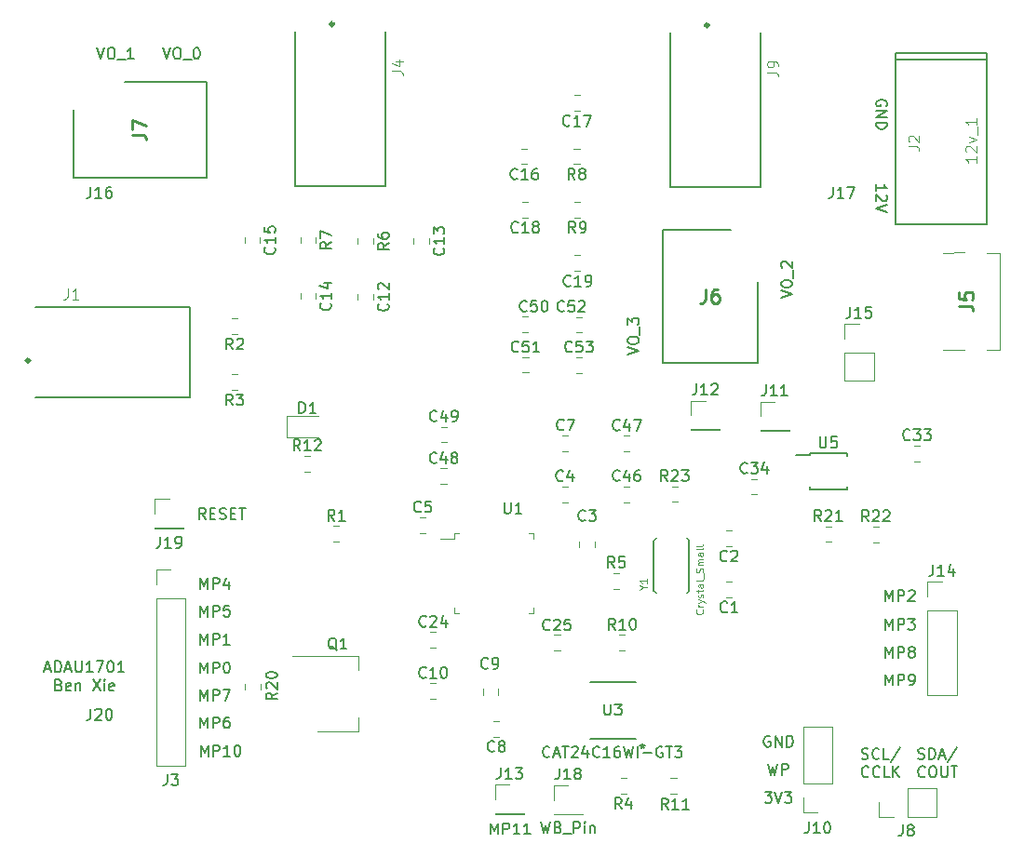
<source format=gbr>
G04 #@! TF.GenerationSoftware,KiCad,Pcbnew,(5.1.4)-1*
G04 #@! TF.CreationDate,2020-01-01T19:34:10-05:00*
G04 #@! TF.ProjectId,Board,426f6172-642e-46b6-9963-61645f706362,rev?*
G04 #@! TF.SameCoordinates,Original*
G04 #@! TF.FileFunction,Legend,Top*
G04 #@! TF.FilePolarity,Positive*
%FSLAX46Y46*%
G04 Gerber Fmt 4.6, Leading zero omitted, Abs format (unit mm)*
G04 Created by KiCad (PCBNEW (5.1.4)-1) date 2020-01-01 19:34:10*
%MOMM*%
%LPD*%
G04 APERTURE LIST*
%ADD10C,0.150000*%
%ADD11C,0.200000*%
%ADD12C,0.120000*%
%ADD13C,0.350000*%
%ADD14C,0.127000*%
%ADD15C,0.100000*%
%ADD16C,0.152400*%
%ADD17C,0.015000*%
%ADD18C,0.254000*%
%ADD19C,0.050000*%
G04 APERTURE END LIST*
D10*
X73285714Y-72952380D02*
X73619047Y-73952380D01*
X73952380Y-72952380D01*
X74476190Y-72952380D02*
X74666666Y-72952380D01*
X74761904Y-73000000D01*
X74857142Y-73095238D01*
X74904761Y-73285714D01*
X74904761Y-73619047D01*
X74857142Y-73809523D01*
X74761904Y-73904761D01*
X74666666Y-73952380D01*
X74476190Y-73952380D01*
X74380952Y-73904761D01*
X74285714Y-73809523D01*
X74238095Y-73619047D01*
X74238095Y-73285714D01*
X74285714Y-73095238D01*
X74380952Y-73000000D01*
X74476190Y-72952380D01*
X75095238Y-74047619D02*
X75857142Y-74047619D01*
X76285714Y-72952380D02*
X76380952Y-72952380D01*
X76476190Y-73000000D01*
X76523809Y-73047619D01*
X76571428Y-73142857D01*
X76619047Y-73333333D01*
X76619047Y-73571428D01*
X76571428Y-73761904D01*
X76523809Y-73857142D01*
X76476190Y-73904761D01*
X76380952Y-73952380D01*
X76285714Y-73952380D01*
X76190476Y-73904761D01*
X76142857Y-73857142D01*
X76095238Y-73761904D01*
X76047619Y-73571428D01*
X76047619Y-73333333D01*
X76095238Y-73142857D01*
X76142857Y-73047619D01*
X76190476Y-73000000D01*
X76285714Y-72952380D01*
X67285714Y-72952380D02*
X67619047Y-73952380D01*
X67952380Y-72952380D01*
X68476190Y-72952380D02*
X68666666Y-72952380D01*
X68761904Y-73000000D01*
X68857142Y-73095238D01*
X68904761Y-73285714D01*
X68904761Y-73619047D01*
X68857142Y-73809523D01*
X68761904Y-73904761D01*
X68666666Y-73952380D01*
X68476190Y-73952380D01*
X68380952Y-73904761D01*
X68285714Y-73809523D01*
X68238095Y-73619047D01*
X68238095Y-73285714D01*
X68285714Y-73095238D01*
X68380952Y-73000000D01*
X68476190Y-72952380D01*
X69095238Y-74047619D02*
X69857142Y-74047619D01*
X70619047Y-73952380D02*
X70047619Y-73952380D01*
X70333333Y-73952380D02*
X70333333Y-72952380D01*
X70238095Y-73095238D01*
X70142857Y-73190476D01*
X70047619Y-73238095D01*
X115552380Y-100864285D02*
X116552380Y-100530952D01*
X115552380Y-100197619D01*
X115552380Y-99673809D02*
X115552380Y-99483333D01*
X115600000Y-99388095D01*
X115695238Y-99292857D01*
X115885714Y-99245238D01*
X116219047Y-99245238D01*
X116409523Y-99292857D01*
X116504761Y-99388095D01*
X116552380Y-99483333D01*
X116552380Y-99673809D01*
X116504761Y-99769047D01*
X116409523Y-99864285D01*
X116219047Y-99911904D01*
X115885714Y-99911904D01*
X115695238Y-99864285D01*
X115600000Y-99769047D01*
X115552380Y-99673809D01*
X116647619Y-99054761D02*
X116647619Y-98292857D01*
X115552380Y-98150000D02*
X115552380Y-97530952D01*
X115933333Y-97864285D01*
X115933333Y-97721428D01*
X115980952Y-97626190D01*
X116028571Y-97578571D01*
X116123809Y-97530952D01*
X116361904Y-97530952D01*
X116457142Y-97578571D01*
X116504761Y-97626190D01*
X116552380Y-97721428D01*
X116552380Y-98007142D01*
X116504761Y-98102380D01*
X116457142Y-98150000D01*
X129502380Y-95714285D02*
X130502380Y-95380952D01*
X129502380Y-95047619D01*
X129502380Y-94523809D02*
X129502380Y-94333333D01*
X129550000Y-94238095D01*
X129645238Y-94142857D01*
X129835714Y-94095238D01*
X130169047Y-94095238D01*
X130359523Y-94142857D01*
X130454761Y-94238095D01*
X130502380Y-94333333D01*
X130502380Y-94523809D01*
X130454761Y-94619047D01*
X130359523Y-94714285D01*
X130169047Y-94761904D01*
X129835714Y-94761904D01*
X129645238Y-94714285D01*
X129550000Y-94619047D01*
X129502380Y-94523809D01*
X130597619Y-93904761D02*
X130597619Y-93142857D01*
X129597619Y-92952380D02*
X129550000Y-92904761D01*
X129502380Y-92809523D01*
X129502380Y-92571428D01*
X129550000Y-92476190D01*
X129597619Y-92428571D01*
X129692857Y-92380952D01*
X129788095Y-92380952D01*
X129930952Y-92428571D01*
X130502380Y-93000000D01*
X130502380Y-92380952D01*
D11*
X62554761Y-129466666D02*
X63030952Y-129466666D01*
X62459523Y-129752380D02*
X62792857Y-128752380D01*
X63126190Y-129752380D01*
X63459523Y-129752380D02*
X63459523Y-128752380D01*
X63697619Y-128752380D01*
X63840476Y-128800000D01*
X63935714Y-128895238D01*
X63983333Y-128990476D01*
X64030952Y-129180952D01*
X64030952Y-129323809D01*
X63983333Y-129514285D01*
X63935714Y-129609523D01*
X63840476Y-129704761D01*
X63697619Y-129752380D01*
X63459523Y-129752380D01*
X64411904Y-129466666D02*
X64888095Y-129466666D01*
X64316666Y-129752380D02*
X64650000Y-128752380D01*
X64983333Y-129752380D01*
X65316666Y-128752380D02*
X65316666Y-129561904D01*
X65364285Y-129657142D01*
X65411904Y-129704761D01*
X65507142Y-129752380D01*
X65697619Y-129752380D01*
X65792857Y-129704761D01*
X65840476Y-129657142D01*
X65888095Y-129561904D01*
X65888095Y-128752380D01*
X66888095Y-129752380D02*
X66316666Y-129752380D01*
X66602380Y-129752380D02*
X66602380Y-128752380D01*
X66507142Y-128895238D01*
X66411904Y-128990476D01*
X66316666Y-129038095D01*
X67221428Y-128752380D02*
X67888095Y-128752380D01*
X67459523Y-129752380D01*
X68459523Y-128752380D02*
X68554761Y-128752380D01*
X68650000Y-128800000D01*
X68697619Y-128847619D01*
X68745238Y-128942857D01*
X68792857Y-129133333D01*
X68792857Y-129371428D01*
X68745238Y-129561904D01*
X68697619Y-129657142D01*
X68650000Y-129704761D01*
X68554761Y-129752380D01*
X68459523Y-129752380D01*
X68364285Y-129704761D01*
X68316666Y-129657142D01*
X68269047Y-129561904D01*
X68221428Y-129371428D01*
X68221428Y-129133333D01*
X68269047Y-128942857D01*
X68316666Y-128847619D01*
X68364285Y-128800000D01*
X68459523Y-128752380D01*
X69745238Y-129752380D02*
X69173809Y-129752380D01*
X69459523Y-129752380D02*
X69459523Y-128752380D01*
X69364285Y-128895238D01*
X69269047Y-128990476D01*
X69173809Y-129038095D01*
X63816666Y-130928571D02*
X63959523Y-130976190D01*
X64007142Y-131023809D01*
X64054761Y-131119047D01*
X64054761Y-131261904D01*
X64007142Y-131357142D01*
X63959523Y-131404761D01*
X63864285Y-131452380D01*
X63483333Y-131452380D01*
X63483333Y-130452380D01*
X63816666Y-130452380D01*
X63911904Y-130500000D01*
X63959523Y-130547619D01*
X64007142Y-130642857D01*
X64007142Y-130738095D01*
X63959523Y-130833333D01*
X63911904Y-130880952D01*
X63816666Y-130928571D01*
X63483333Y-130928571D01*
X64864285Y-131404761D02*
X64769047Y-131452380D01*
X64578571Y-131452380D01*
X64483333Y-131404761D01*
X64435714Y-131309523D01*
X64435714Y-130928571D01*
X64483333Y-130833333D01*
X64578571Y-130785714D01*
X64769047Y-130785714D01*
X64864285Y-130833333D01*
X64911904Y-130928571D01*
X64911904Y-131023809D01*
X64435714Y-131119047D01*
X65340476Y-130785714D02*
X65340476Y-131452380D01*
X65340476Y-130880952D02*
X65388095Y-130833333D01*
X65483333Y-130785714D01*
X65626190Y-130785714D01*
X65721428Y-130833333D01*
X65769047Y-130928571D01*
X65769047Y-131452380D01*
X66911904Y-130452380D02*
X67578571Y-131452380D01*
X67578571Y-130452380D02*
X66911904Y-131452380D01*
X67959523Y-131452380D02*
X67959523Y-130785714D01*
X67959523Y-130452380D02*
X67911904Y-130500000D01*
X67959523Y-130547619D01*
X68007142Y-130500000D01*
X67959523Y-130452380D01*
X67959523Y-130547619D01*
X68816666Y-131404761D02*
X68721428Y-131452380D01*
X68530952Y-131452380D01*
X68435714Y-131404761D01*
X68388095Y-131309523D01*
X68388095Y-130928571D01*
X68435714Y-130833333D01*
X68530952Y-130785714D01*
X68721428Y-130785714D01*
X68816666Y-130833333D01*
X68864285Y-130928571D01*
X68864285Y-131023809D01*
X68388095Y-131119047D01*
D10*
X138990476Y-130952380D02*
X138990476Y-129952380D01*
X139323809Y-130666666D01*
X139657142Y-129952380D01*
X139657142Y-130952380D01*
X140133333Y-130952380D02*
X140133333Y-129952380D01*
X140514285Y-129952380D01*
X140609523Y-130000000D01*
X140657142Y-130047619D01*
X140704761Y-130142857D01*
X140704761Y-130285714D01*
X140657142Y-130380952D01*
X140609523Y-130428571D01*
X140514285Y-130476190D01*
X140133333Y-130476190D01*
X141180952Y-130952380D02*
X141371428Y-130952380D01*
X141466666Y-130904761D01*
X141514285Y-130857142D01*
X141609523Y-130714285D01*
X141657142Y-130523809D01*
X141657142Y-130142857D01*
X141609523Y-130047619D01*
X141561904Y-130000000D01*
X141466666Y-129952380D01*
X141276190Y-129952380D01*
X141180952Y-130000000D01*
X141133333Y-130047619D01*
X141085714Y-130142857D01*
X141085714Y-130380952D01*
X141133333Y-130476190D01*
X141180952Y-130523809D01*
X141276190Y-130571428D01*
X141466666Y-130571428D01*
X141561904Y-130523809D01*
X141609523Y-130476190D01*
X141657142Y-130380952D01*
X138990476Y-128452380D02*
X138990476Y-127452380D01*
X139323809Y-128166666D01*
X139657142Y-127452380D01*
X139657142Y-128452380D01*
X140133333Y-128452380D02*
X140133333Y-127452380D01*
X140514285Y-127452380D01*
X140609523Y-127500000D01*
X140657142Y-127547619D01*
X140704761Y-127642857D01*
X140704761Y-127785714D01*
X140657142Y-127880952D01*
X140609523Y-127928571D01*
X140514285Y-127976190D01*
X140133333Y-127976190D01*
X141276190Y-127880952D02*
X141180952Y-127833333D01*
X141133333Y-127785714D01*
X141085714Y-127690476D01*
X141085714Y-127642857D01*
X141133333Y-127547619D01*
X141180952Y-127500000D01*
X141276190Y-127452380D01*
X141466666Y-127452380D01*
X141561904Y-127500000D01*
X141609523Y-127547619D01*
X141657142Y-127642857D01*
X141657142Y-127690476D01*
X141609523Y-127785714D01*
X141561904Y-127833333D01*
X141466666Y-127880952D01*
X141276190Y-127880952D01*
X141180952Y-127928571D01*
X141133333Y-127976190D01*
X141085714Y-128071428D01*
X141085714Y-128261904D01*
X141133333Y-128357142D01*
X141180952Y-128404761D01*
X141276190Y-128452380D01*
X141466666Y-128452380D01*
X141561904Y-128404761D01*
X141609523Y-128357142D01*
X141657142Y-128261904D01*
X141657142Y-128071428D01*
X141609523Y-127976190D01*
X141561904Y-127928571D01*
X141466666Y-127880952D01*
X138990476Y-125902380D02*
X138990476Y-124902380D01*
X139323809Y-125616666D01*
X139657142Y-124902380D01*
X139657142Y-125902380D01*
X140133333Y-125902380D02*
X140133333Y-124902380D01*
X140514285Y-124902380D01*
X140609523Y-124950000D01*
X140657142Y-124997619D01*
X140704761Y-125092857D01*
X140704761Y-125235714D01*
X140657142Y-125330952D01*
X140609523Y-125378571D01*
X140514285Y-125426190D01*
X140133333Y-125426190D01*
X141038095Y-124902380D02*
X141657142Y-124902380D01*
X141323809Y-125283333D01*
X141466666Y-125283333D01*
X141561904Y-125330952D01*
X141609523Y-125378571D01*
X141657142Y-125473809D01*
X141657142Y-125711904D01*
X141609523Y-125807142D01*
X141561904Y-125854761D01*
X141466666Y-125902380D01*
X141180952Y-125902380D01*
X141085714Y-125854761D01*
X141038095Y-125807142D01*
X138990476Y-123302380D02*
X138990476Y-122302380D01*
X139323809Y-123016666D01*
X139657142Y-122302380D01*
X139657142Y-123302380D01*
X140133333Y-123302380D02*
X140133333Y-122302380D01*
X140514285Y-122302380D01*
X140609523Y-122350000D01*
X140657142Y-122397619D01*
X140704761Y-122492857D01*
X140704761Y-122635714D01*
X140657142Y-122730952D01*
X140609523Y-122778571D01*
X140514285Y-122826190D01*
X140133333Y-122826190D01*
X141085714Y-122397619D02*
X141133333Y-122350000D01*
X141228571Y-122302380D01*
X141466666Y-122302380D01*
X141561904Y-122350000D01*
X141609523Y-122397619D01*
X141657142Y-122492857D01*
X141657142Y-122588095D01*
X141609523Y-122730952D01*
X141038095Y-123302380D01*
X141657142Y-123302380D01*
X128321428Y-138102380D02*
X128559523Y-139102380D01*
X128750000Y-138388095D01*
X128940476Y-139102380D01*
X129178571Y-138102380D01*
X129559523Y-139102380D02*
X129559523Y-138102380D01*
X129940476Y-138102380D01*
X130035714Y-138150000D01*
X130083333Y-138197619D01*
X130130952Y-138292857D01*
X130130952Y-138435714D01*
X130083333Y-138530952D01*
X130035714Y-138578571D01*
X129940476Y-138626190D01*
X129559523Y-138626190D01*
X128011904Y-140652380D02*
X128630952Y-140652380D01*
X128297619Y-141033333D01*
X128440476Y-141033333D01*
X128535714Y-141080952D01*
X128583333Y-141128571D01*
X128630952Y-141223809D01*
X128630952Y-141461904D01*
X128583333Y-141557142D01*
X128535714Y-141604761D01*
X128440476Y-141652380D01*
X128154761Y-141652380D01*
X128059523Y-141604761D01*
X128011904Y-141557142D01*
X128916666Y-140652380D02*
X129250000Y-141652380D01*
X129583333Y-140652380D01*
X129821428Y-140652380D02*
X130440476Y-140652380D01*
X130107142Y-141033333D01*
X130250000Y-141033333D01*
X130345238Y-141080952D01*
X130392857Y-141128571D01*
X130440476Y-141223809D01*
X130440476Y-141461904D01*
X130392857Y-141557142D01*
X130345238Y-141604761D01*
X130250000Y-141652380D01*
X129964285Y-141652380D01*
X129869047Y-141604761D01*
X129821428Y-141557142D01*
X128488095Y-135600000D02*
X128392857Y-135552380D01*
X128250000Y-135552380D01*
X128107142Y-135600000D01*
X128011904Y-135695238D01*
X127964285Y-135790476D01*
X127916666Y-135980952D01*
X127916666Y-136123809D01*
X127964285Y-136314285D01*
X128011904Y-136409523D01*
X128107142Y-136504761D01*
X128250000Y-136552380D01*
X128345238Y-136552380D01*
X128488095Y-136504761D01*
X128535714Y-136457142D01*
X128535714Y-136123809D01*
X128345238Y-136123809D01*
X128964285Y-136552380D02*
X128964285Y-135552380D01*
X129535714Y-136552380D01*
X129535714Y-135552380D01*
X130011904Y-136552380D02*
X130011904Y-135552380D01*
X130250000Y-135552380D01*
X130392857Y-135600000D01*
X130488095Y-135695238D01*
X130535714Y-135790476D01*
X130583333Y-135980952D01*
X130583333Y-136123809D01*
X130535714Y-136314285D01*
X130488095Y-136409523D01*
X130392857Y-136504761D01*
X130250000Y-136552380D01*
X130011904Y-136552380D01*
X141961904Y-137629761D02*
X142104761Y-137677380D01*
X142342857Y-137677380D01*
X142438095Y-137629761D01*
X142485714Y-137582142D01*
X142533333Y-137486904D01*
X142533333Y-137391666D01*
X142485714Y-137296428D01*
X142438095Y-137248809D01*
X142342857Y-137201190D01*
X142152380Y-137153571D01*
X142057142Y-137105952D01*
X142009523Y-137058333D01*
X141961904Y-136963095D01*
X141961904Y-136867857D01*
X142009523Y-136772619D01*
X142057142Y-136725000D01*
X142152380Y-136677380D01*
X142390476Y-136677380D01*
X142533333Y-136725000D01*
X142961904Y-137677380D02*
X142961904Y-136677380D01*
X143200000Y-136677380D01*
X143342857Y-136725000D01*
X143438095Y-136820238D01*
X143485714Y-136915476D01*
X143533333Y-137105952D01*
X143533333Y-137248809D01*
X143485714Y-137439285D01*
X143438095Y-137534523D01*
X143342857Y-137629761D01*
X143200000Y-137677380D01*
X142961904Y-137677380D01*
X143914285Y-137391666D02*
X144390476Y-137391666D01*
X143819047Y-137677380D02*
X144152380Y-136677380D01*
X144485714Y-137677380D01*
X145533333Y-136629761D02*
X144676190Y-137915476D01*
X142580952Y-139232142D02*
X142533333Y-139279761D01*
X142390476Y-139327380D01*
X142295238Y-139327380D01*
X142152380Y-139279761D01*
X142057142Y-139184523D01*
X142009523Y-139089285D01*
X141961904Y-138898809D01*
X141961904Y-138755952D01*
X142009523Y-138565476D01*
X142057142Y-138470238D01*
X142152380Y-138375000D01*
X142295238Y-138327380D01*
X142390476Y-138327380D01*
X142533333Y-138375000D01*
X142580952Y-138422619D01*
X143200000Y-138327380D02*
X143390476Y-138327380D01*
X143485714Y-138375000D01*
X143580952Y-138470238D01*
X143628571Y-138660714D01*
X143628571Y-138994047D01*
X143580952Y-139184523D01*
X143485714Y-139279761D01*
X143390476Y-139327380D01*
X143200000Y-139327380D01*
X143104761Y-139279761D01*
X143009523Y-139184523D01*
X142961904Y-138994047D01*
X142961904Y-138660714D01*
X143009523Y-138470238D01*
X143104761Y-138375000D01*
X143200000Y-138327380D01*
X144057142Y-138327380D02*
X144057142Y-139136904D01*
X144104761Y-139232142D01*
X144152380Y-139279761D01*
X144247619Y-139327380D01*
X144438095Y-139327380D01*
X144533333Y-139279761D01*
X144580952Y-139232142D01*
X144628571Y-139136904D01*
X144628571Y-138327380D01*
X144961904Y-138327380D02*
X145533333Y-138327380D01*
X145247619Y-139327380D02*
X145247619Y-138327380D01*
X136835714Y-137629761D02*
X136978571Y-137677380D01*
X137216666Y-137677380D01*
X137311904Y-137629761D01*
X137359523Y-137582142D01*
X137407142Y-137486904D01*
X137407142Y-137391666D01*
X137359523Y-137296428D01*
X137311904Y-137248809D01*
X137216666Y-137201190D01*
X137026190Y-137153571D01*
X136930952Y-137105952D01*
X136883333Y-137058333D01*
X136835714Y-136963095D01*
X136835714Y-136867857D01*
X136883333Y-136772619D01*
X136930952Y-136725000D01*
X137026190Y-136677380D01*
X137264285Y-136677380D01*
X137407142Y-136725000D01*
X138407142Y-137582142D02*
X138359523Y-137629761D01*
X138216666Y-137677380D01*
X138121428Y-137677380D01*
X137978571Y-137629761D01*
X137883333Y-137534523D01*
X137835714Y-137439285D01*
X137788095Y-137248809D01*
X137788095Y-137105952D01*
X137835714Y-136915476D01*
X137883333Y-136820238D01*
X137978571Y-136725000D01*
X138121428Y-136677380D01*
X138216666Y-136677380D01*
X138359523Y-136725000D01*
X138407142Y-136772619D01*
X139311904Y-137677380D02*
X138835714Y-137677380D01*
X138835714Y-136677380D01*
X140359523Y-136629761D02*
X139502380Y-137915476D01*
X137454761Y-139232142D02*
X137407142Y-139279761D01*
X137264285Y-139327380D01*
X137169047Y-139327380D01*
X137026190Y-139279761D01*
X136930952Y-139184523D01*
X136883333Y-139089285D01*
X136835714Y-138898809D01*
X136835714Y-138755952D01*
X136883333Y-138565476D01*
X136930952Y-138470238D01*
X137026190Y-138375000D01*
X137169047Y-138327380D01*
X137264285Y-138327380D01*
X137407142Y-138375000D01*
X137454761Y-138422619D01*
X138454761Y-139232142D02*
X138407142Y-139279761D01*
X138264285Y-139327380D01*
X138169047Y-139327380D01*
X138026190Y-139279761D01*
X137930952Y-139184523D01*
X137883333Y-139089285D01*
X137835714Y-138898809D01*
X137835714Y-138755952D01*
X137883333Y-138565476D01*
X137930952Y-138470238D01*
X138026190Y-138375000D01*
X138169047Y-138327380D01*
X138264285Y-138327380D01*
X138407142Y-138375000D01*
X138454761Y-138422619D01*
X139359523Y-139327380D02*
X138883333Y-139327380D01*
X138883333Y-138327380D01*
X139692857Y-139327380D02*
X139692857Y-138327380D01*
X140264285Y-139327380D02*
X139835714Y-138755952D01*
X140264285Y-138327380D02*
X139692857Y-138898809D01*
X103064285Y-144502380D02*
X103064285Y-143502380D01*
X103397619Y-144216666D01*
X103730952Y-143502380D01*
X103730952Y-144502380D01*
X104207142Y-144502380D02*
X104207142Y-143502380D01*
X104588095Y-143502380D01*
X104683333Y-143550000D01*
X104730952Y-143597619D01*
X104778571Y-143692857D01*
X104778571Y-143835714D01*
X104730952Y-143930952D01*
X104683333Y-143978571D01*
X104588095Y-144026190D01*
X104207142Y-144026190D01*
X105730952Y-144502380D02*
X105159523Y-144502380D01*
X105445238Y-144502380D02*
X105445238Y-143502380D01*
X105350000Y-143645238D01*
X105254761Y-143740476D01*
X105159523Y-143788095D01*
X106683333Y-144502380D02*
X106111904Y-144502380D01*
X106397619Y-144502380D02*
X106397619Y-143502380D01*
X106302380Y-143645238D01*
X106207142Y-143740476D01*
X106111904Y-143788095D01*
X107650000Y-143402380D02*
X107888095Y-144402380D01*
X108078571Y-143688095D01*
X108269047Y-144402380D01*
X108507142Y-143402380D01*
X109221428Y-143878571D02*
X109364285Y-143926190D01*
X109411904Y-143973809D01*
X109459523Y-144069047D01*
X109459523Y-144211904D01*
X109411904Y-144307142D01*
X109364285Y-144354761D01*
X109269047Y-144402380D01*
X108888095Y-144402380D01*
X108888095Y-143402380D01*
X109221428Y-143402380D01*
X109316666Y-143450000D01*
X109364285Y-143497619D01*
X109411904Y-143592857D01*
X109411904Y-143688095D01*
X109364285Y-143783333D01*
X109316666Y-143830952D01*
X109221428Y-143878571D01*
X108888095Y-143878571D01*
X109650000Y-144497619D02*
X110411904Y-144497619D01*
X110650000Y-144402380D02*
X110650000Y-143402380D01*
X111030952Y-143402380D01*
X111126190Y-143450000D01*
X111173809Y-143497619D01*
X111221428Y-143592857D01*
X111221428Y-143735714D01*
X111173809Y-143830952D01*
X111126190Y-143878571D01*
X111030952Y-143926190D01*
X110650000Y-143926190D01*
X111650000Y-144402380D02*
X111650000Y-143735714D01*
X111650000Y-143402380D02*
X111602380Y-143450000D01*
X111650000Y-143497619D01*
X111697619Y-143450000D01*
X111650000Y-143402380D01*
X111650000Y-143497619D01*
X112126190Y-143735714D02*
X112126190Y-144402380D01*
X112126190Y-143830952D02*
X112173809Y-143783333D01*
X112269047Y-143735714D01*
X112411904Y-143735714D01*
X112507142Y-143783333D01*
X112554761Y-143878571D01*
X112554761Y-144402380D01*
X76714285Y-137402380D02*
X76714285Y-136402380D01*
X77047619Y-137116666D01*
X77380952Y-136402380D01*
X77380952Y-137402380D01*
X77857142Y-137402380D02*
X77857142Y-136402380D01*
X78238095Y-136402380D01*
X78333333Y-136450000D01*
X78380952Y-136497619D01*
X78428571Y-136592857D01*
X78428571Y-136735714D01*
X78380952Y-136830952D01*
X78333333Y-136878571D01*
X78238095Y-136926190D01*
X77857142Y-136926190D01*
X79380952Y-137402380D02*
X78809523Y-137402380D01*
X79095238Y-137402380D02*
X79095238Y-136402380D01*
X79000000Y-136545238D01*
X78904761Y-136640476D01*
X78809523Y-136688095D01*
X80000000Y-136402380D02*
X80095238Y-136402380D01*
X80190476Y-136450000D01*
X80238095Y-136497619D01*
X80285714Y-136592857D01*
X80333333Y-136783333D01*
X80333333Y-137021428D01*
X80285714Y-137211904D01*
X80238095Y-137307142D01*
X80190476Y-137354761D01*
X80095238Y-137402380D01*
X80000000Y-137402380D01*
X79904761Y-137354761D01*
X79857142Y-137307142D01*
X79809523Y-137211904D01*
X79761904Y-137021428D01*
X79761904Y-136783333D01*
X79809523Y-136592857D01*
X79857142Y-136497619D01*
X79904761Y-136450000D01*
X80000000Y-136402380D01*
X76690476Y-134852380D02*
X76690476Y-133852380D01*
X77023809Y-134566666D01*
X77357142Y-133852380D01*
X77357142Y-134852380D01*
X77833333Y-134852380D02*
X77833333Y-133852380D01*
X78214285Y-133852380D01*
X78309523Y-133900000D01*
X78357142Y-133947619D01*
X78404761Y-134042857D01*
X78404761Y-134185714D01*
X78357142Y-134280952D01*
X78309523Y-134328571D01*
X78214285Y-134376190D01*
X77833333Y-134376190D01*
X79261904Y-133852380D02*
X79071428Y-133852380D01*
X78976190Y-133900000D01*
X78928571Y-133947619D01*
X78833333Y-134090476D01*
X78785714Y-134280952D01*
X78785714Y-134661904D01*
X78833333Y-134757142D01*
X78880952Y-134804761D01*
X78976190Y-134852380D01*
X79166666Y-134852380D01*
X79261904Y-134804761D01*
X79309523Y-134757142D01*
X79357142Y-134661904D01*
X79357142Y-134423809D01*
X79309523Y-134328571D01*
X79261904Y-134280952D01*
X79166666Y-134233333D01*
X78976190Y-134233333D01*
X78880952Y-134280952D01*
X78833333Y-134328571D01*
X78785714Y-134423809D01*
X76690476Y-132352380D02*
X76690476Y-131352380D01*
X77023809Y-132066666D01*
X77357142Y-131352380D01*
X77357142Y-132352380D01*
X77833333Y-132352380D02*
X77833333Y-131352380D01*
X78214285Y-131352380D01*
X78309523Y-131400000D01*
X78357142Y-131447619D01*
X78404761Y-131542857D01*
X78404761Y-131685714D01*
X78357142Y-131780952D01*
X78309523Y-131828571D01*
X78214285Y-131876190D01*
X77833333Y-131876190D01*
X78738095Y-131352380D02*
X79404761Y-131352380D01*
X78976190Y-132352380D01*
X76690476Y-129852380D02*
X76690476Y-128852380D01*
X77023809Y-129566666D01*
X77357142Y-128852380D01*
X77357142Y-129852380D01*
X77833333Y-129852380D02*
X77833333Y-128852380D01*
X78214285Y-128852380D01*
X78309523Y-128900000D01*
X78357142Y-128947619D01*
X78404761Y-129042857D01*
X78404761Y-129185714D01*
X78357142Y-129280952D01*
X78309523Y-129328571D01*
X78214285Y-129376190D01*
X77833333Y-129376190D01*
X79023809Y-128852380D02*
X79119047Y-128852380D01*
X79214285Y-128900000D01*
X79261904Y-128947619D01*
X79309523Y-129042857D01*
X79357142Y-129233333D01*
X79357142Y-129471428D01*
X79309523Y-129661904D01*
X79261904Y-129757142D01*
X79214285Y-129804761D01*
X79119047Y-129852380D01*
X79023809Y-129852380D01*
X78928571Y-129804761D01*
X78880952Y-129757142D01*
X78833333Y-129661904D01*
X78785714Y-129471428D01*
X78785714Y-129233333D01*
X78833333Y-129042857D01*
X78880952Y-128947619D01*
X78928571Y-128900000D01*
X79023809Y-128852380D01*
X76690476Y-127252380D02*
X76690476Y-126252380D01*
X77023809Y-126966666D01*
X77357142Y-126252380D01*
X77357142Y-127252380D01*
X77833333Y-127252380D02*
X77833333Y-126252380D01*
X78214285Y-126252380D01*
X78309523Y-126300000D01*
X78357142Y-126347619D01*
X78404761Y-126442857D01*
X78404761Y-126585714D01*
X78357142Y-126680952D01*
X78309523Y-126728571D01*
X78214285Y-126776190D01*
X77833333Y-126776190D01*
X79357142Y-127252380D02*
X78785714Y-127252380D01*
X79071428Y-127252380D02*
X79071428Y-126252380D01*
X78976190Y-126395238D01*
X78880952Y-126490476D01*
X78785714Y-126538095D01*
X76690476Y-124702380D02*
X76690476Y-123702380D01*
X77023809Y-124416666D01*
X77357142Y-123702380D01*
X77357142Y-124702380D01*
X77833333Y-124702380D02*
X77833333Y-123702380D01*
X78214285Y-123702380D01*
X78309523Y-123750000D01*
X78357142Y-123797619D01*
X78404761Y-123892857D01*
X78404761Y-124035714D01*
X78357142Y-124130952D01*
X78309523Y-124178571D01*
X78214285Y-124226190D01*
X77833333Y-124226190D01*
X79309523Y-123702380D02*
X78833333Y-123702380D01*
X78785714Y-124178571D01*
X78833333Y-124130952D01*
X78928571Y-124083333D01*
X79166666Y-124083333D01*
X79261904Y-124130952D01*
X79309523Y-124178571D01*
X79357142Y-124273809D01*
X79357142Y-124511904D01*
X79309523Y-124607142D01*
X79261904Y-124654761D01*
X79166666Y-124702380D01*
X78928571Y-124702380D01*
X78833333Y-124654761D01*
X78785714Y-124607142D01*
X76690476Y-122202380D02*
X76690476Y-121202380D01*
X77023809Y-121916666D01*
X77357142Y-121202380D01*
X77357142Y-122202380D01*
X77833333Y-122202380D02*
X77833333Y-121202380D01*
X78214285Y-121202380D01*
X78309523Y-121250000D01*
X78357142Y-121297619D01*
X78404761Y-121392857D01*
X78404761Y-121535714D01*
X78357142Y-121630952D01*
X78309523Y-121678571D01*
X78214285Y-121726190D01*
X77833333Y-121726190D01*
X79261904Y-121535714D02*
X79261904Y-122202380D01*
X79023809Y-121154761D02*
X78785714Y-121869047D01*
X79404761Y-121869047D01*
X77147619Y-115852380D02*
X76814285Y-115376190D01*
X76576190Y-115852380D02*
X76576190Y-114852380D01*
X76957142Y-114852380D01*
X77052380Y-114900000D01*
X77100000Y-114947619D01*
X77147619Y-115042857D01*
X77147619Y-115185714D01*
X77100000Y-115280952D01*
X77052380Y-115328571D01*
X76957142Y-115376190D01*
X76576190Y-115376190D01*
X77576190Y-115328571D02*
X77909523Y-115328571D01*
X78052380Y-115852380D02*
X77576190Y-115852380D01*
X77576190Y-114852380D01*
X78052380Y-114852380D01*
X78433333Y-115804761D02*
X78576190Y-115852380D01*
X78814285Y-115852380D01*
X78909523Y-115804761D01*
X78957142Y-115757142D01*
X79004761Y-115661904D01*
X79004761Y-115566666D01*
X78957142Y-115471428D01*
X78909523Y-115423809D01*
X78814285Y-115376190D01*
X78623809Y-115328571D01*
X78528571Y-115280952D01*
X78480952Y-115233333D01*
X78433333Y-115138095D01*
X78433333Y-115042857D01*
X78480952Y-114947619D01*
X78528571Y-114900000D01*
X78623809Y-114852380D01*
X78861904Y-114852380D01*
X79004761Y-114900000D01*
X79433333Y-115328571D02*
X79766666Y-115328571D01*
X79909523Y-115852380D02*
X79433333Y-115852380D01*
X79433333Y-114852380D01*
X79909523Y-114852380D01*
X80195238Y-114852380D02*
X80766666Y-114852380D01*
X80480952Y-115852380D02*
X80480952Y-114852380D01*
X139100000Y-78238095D02*
X139147619Y-78142857D01*
X139147619Y-78000000D01*
X139100000Y-77857142D01*
X139004761Y-77761904D01*
X138909523Y-77714285D01*
X138719047Y-77666666D01*
X138576190Y-77666666D01*
X138385714Y-77714285D01*
X138290476Y-77761904D01*
X138195238Y-77857142D01*
X138147619Y-78000000D01*
X138147619Y-78095238D01*
X138195238Y-78238095D01*
X138242857Y-78285714D01*
X138576190Y-78285714D01*
X138576190Y-78095238D01*
X138147619Y-78714285D02*
X139147619Y-78714285D01*
X138147619Y-79285714D01*
X139147619Y-79285714D01*
X138147619Y-79761904D02*
X139147619Y-79761904D01*
X139147619Y-80000000D01*
X139100000Y-80142857D01*
X139004761Y-80238095D01*
X138909523Y-80285714D01*
X138719047Y-80333333D01*
X138576190Y-80333333D01*
X138385714Y-80285714D01*
X138290476Y-80238095D01*
X138195238Y-80142857D01*
X138147619Y-80000000D01*
X138147619Y-79761904D01*
X138147619Y-85980952D02*
X138147619Y-85409523D01*
X138147619Y-85695238D02*
X139147619Y-85695238D01*
X139004761Y-85600000D01*
X138909523Y-85504761D01*
X138861904Y-85409523D01*
X139052380Y-86361904D02*
X139100000Y-86409523D01*
X139147619Y-86504761D01*
X139147619Y-86742857D01*
X139100000Y-86838095D01*
X139052380Y-86885714D01*
X138957142Y-86933333D01*
X138861904Y-86933333D01*
X138719047Y-86885714D01*
X138147619Y-86314285D01*
X138147619Y-86933333D01*
X139147619Y-87219047D02*
X138147619Y-87552380D01*
X139147619Y-87885714D01*
D12*
X135270000Y-98070000D02*
X136600000Y-98070000D01*
X135270000Y-99400000D02*
X135270000Y-98070000D01*
X135270000Y-100670000D02*
X137930000Y-100670000D01*
X137930000Y-100670000D02*
X137930000Y-103270000D01*
X135270000Y-100670000D02*
X135270000Y-103270000D01*
X135270000Y-103270000D02*
X137930000Y-103270000D01*
X86138748Y-111510000D02*
X86661252Y-111510000D01*
X86138748Y-110090000D02*
X86661252Y-110090000D01*
X84540000Y-108360000D02*
X87400000Y-108360000D01*
X84540000Y-106440000D02*
X84540000Y-108360000D01*
X87400000Y-106440000D02*
X84540000Y-106440000D01*
D13*
X122900000Y-70900000D02*
G75*
G03X122900000Y-70900000I-150000J0D01*
G01*
D14*
X119400000Y-85600000D02*
X119400000Y-71600000D01*
X127600000Y-85600000D02*
X119400000Y-85600000D01*
X127600000Y-71600000D02*
X127600000Y-85600000D01*
D15*
X149360000Y-91600000D02*
X148210000Y-91600000D01*
X149360000Y-100400000D02*
X149360000Y-91600000D01*
X148210000Y-100400000D02*
X149360000Y-100400000D01*
X144210000Y-100400000D02*
X146210000Y-100400000D01*
X144210000Y-91600000D02*
X146210000Y-91575000D01*
D13*
X88800000Y-70800000D02*
G75*
G03X88800000Y-70800000I-150000J0D01*
G01*
D14*
X85300000Y-85500000D02*
X85300000Y-71500000D01*
X93500000Y-85500000D02*
X85300000Y-85500000D01*
X93500000Y-71500000D02*
X93500000Y-85500000D01*
D13*
X61150000Y-101400000D02*
G75*
G03X61150000Y-101400000I-150000J0D01*
G01*
D14*
X75700000Y-104750000D02*
X61700000Y-104750000D01*
X75700000Y-96550000D02*
X75700000Y-104750000D01*
X61700000Y-96550000D02*
X75700000Y-96550000D01*
D12*
X72640000Y-120410000D02*
X73970000Y-120410000D01*
X72640000Y-121740000D02*
X72640000Y-120410000D01*
X72640000Y-123010000D02*
X75300000Y-123010000D01*
X75300000Y-123010000D02*
X75300000Y-138310000D01*
X72640000Y-123010000D02*
X72640000Y-138310000D01*
X72640000Y-138310000D02*
X75300000Y-138310000D01*
X142800000Y-121530000D02*
X144130000Y-121530000D01*
X142800000Y-122860000D02*
X142800000Y-121530000D01*
X142800000Y-124130000D02*
X145460000Y-124130000D01*
X145460000Y-124130000D02*
X145460000Y-131810000D01*
X142800000Y-124130000D02*
X142800000Y-131810000D01*
X142800000Y-131810000D02*
X145460000Y-131810000D01*
X103470000Y-140020000D02*
X104800000Y-140020000D01*
X103470000Y-141350000D02*
X103470000Y-140020000D01*
X103470000Y-142620000D02*
X106130000Y-142620000D01*
X106130000Y-142620000D02*
X106130000Y-142680000D01*
X103470000Y-142620000D02*
X103470000Y-142680000D01*
X103470000Y-142680000D02*
X106130000Y-142680000D01*
X132820000Y-142510000D02*
X131490000Y-142510000D01*
X131490000Y-142510000D02*
X131490000Y-141180000D01*
X131490000Y-139910000D02*
X131490000Y-134770000D01*
X134150000Y-134770000D02*
X131490000Y-134770000D01*
X134150000Y-139910000D02*
X134150000Y-134770000D01*
X134150000Y-139910000D02*
X131490000Y-139910000D01*
D14*
X121116000Y-122377000D02*
G75*
G03X120916000Y-122577000I0J-200000D01*
G01*
X121116000Y-117777000D02*
X121116000Y-122377000D01*
X120916000Y-117577000D02*
G75*
G03X121116000Y-117777000I200000J0D01*
G01*
X117916000Y-117777000D02*
G75*
G03X118116000Y-117577000I0J200000D01*
G01*
X117916000Y-122377000D02*
X117916000Y-117777000D01*
X118116000Y-122577000D02*
G75*
G03X117916000Y-122377000I-200000J0D01*
G01*
D10*
X132111000Y-109987000D02*
X130861000Y-109987000D01*
X132111000Y-113162000D02*
X135461000Y-113162000D01*
X132111000Y-109812000D02*
X135461000Y-109812000D01*
X132111000Y-113162000D02*
X132111000Y-112912000D01*
X135461000Y-113162000D02*
X135461000Y-112912000D01*
X135461000Y-109812000D02*
X135461000Y-110062000D01*
X132111000Y-109812000D02*
X132111000Y-109987000D01*
D16*
X112096200Y-135791100D02*
X116261800Y-135791100D01*
X116261800Y-130634900D02*
X112096200Y-130634900D01*
D12*
X99770000Y-117600000D02*
X98480000Y-117600000D01*
X99770000Y-117150000D02*
X99770000Y-117600000D01*
X100220000Y-117150000D02*
X99770000Y-117150000D01*
X106990000Y-117150000D02*
X106990000Y-117600000D01*
X106540000Y-117150000D02*
X106990000Y-117150000D01*
X99770000Y-124370000D02*
X99770000Y-123920000D01*
X100220000Y-124370000D02*
X99770000Y-124370000D01*
X106990000Y-124370000D02*
X106990000Y-123920000D01*
X106540000Y-124370000D02*
X106990000Y-124370000D01*
X119558748Y-114280000D02*
X120081252Y-114280000D01*
X119558748Y-112860000D02*
X120081252Y-112860000D01*
X137844748Y-117952000D02*
X138367252Y-117952000D01*
X137844748Y-116532000D02*
X138367252Y-116532000D01*
X133524748Y-117912000D02*
X134047252Y-117912000D01*
X133524748Y-116492000D02*
X134047252Y-116492000D01*
X82150000Y-131371252D02*
X82150000Y-130848748D01*
X80730000Y-131371252D02*
X80730000Y-130848748D01*
X119448748Y-140810000D02*
X119971252Y-140810000D01*
X119448748Y-139390000D02*
X119971252Y-139390000D01*
X115296252Y-126390000D02*
X114773748Y-126390000D01*
X115296252Y-127810000D02*
X114773748Y-127810000D01*
X111227251Y-86966999D02*
X110704747Y-86966999D01*
X111227251Y-88386999D02*
X110704747Y-88386999D01*
X111162251Y-82126999D02*
X110639747Y-82126999D01*
X111162251Y-83546999D02*
X110639747Y-83546999D01*
X85762000Y-90202748D02*
X85762000Y-90725252D01*
X87182000Y-90202748D02*
X87182000Y-90725252D01*
X90997000Y-90277748D02*
X90997000Y-90800252D01*
X92417000Y-90277748D02*
X92417000Y-90800252D01*
X114258748Y-122160000D02*
X114781252Y-122160000D01*
X114258748Y-120740000D02*
X114781252Y-120740000D01*
X115411252Y-139390000D02*
X114888748Y-139390000D01*
X115411252Y-140810000D02*
X114888748Y-140810000D01*
X80055252Y-102663000D02*
X79532748Y-102663000D01*
X80055252Y-104083000D02*
X79532748Y-104083000D01*
X80055252Y-97583000D02*
X79532748Y-97583000D01*
X80055252Y-99003000D02*
X79532748Y-99003000D01*
X88788748Y-117890000D02*
X89311252Y-117890000D01*
X88788748Y-116470000D02*
X89311252Y-116470000D01*
X85071000Y-128292000D02*
X91081000Y-128292000D01*
X87321000Y-135112000D02*
X91081000Y-135112000D01*
X91081000Y-128292000D02*
X91081000Y-129552000D01*
X91081000Y-135112000D02*
X91081000Y-133852000D01*
X72500000Y-114020000D02*
X73830000Y-114020000D01*
X72500000Y-115350000D02*
X72500000Y-114020000D01*
X72500000Y-116620000D02*
X75160000Y-116620000D01*
X75160000Y-116620000D02*
X75160000Y-116680000D01*
X72500000Y-116620000D02*
X72500000Y-116680000D01*
X72500000Y-116680000D02*
X75160000Y-116680000D01*
X108800000Y-140060000D02*
X110130000Y-140060000D01*
X108800000Y-141390000D02*
X108800000Y-140060000D01*
X108800000Y-142660000D02*
X111460000Y-142660000D01*
X111460000Y-142660000D02*
X111460000Y-142720000D01*
X108800000Y-142660000D02*
X108800000Y-142720000D01*
X108800000Y-142720000D02*
X111460000Y-142720000D01*
X121270000Y-105070000D02*
X122600000Y-105070000D01*
X121270000Y-106400000D02*
X121270000Y-105070000D01*
X121270000Y-107670000D02*
X123930000Y-107670000D01*
X123930000Y-107670000D02*
X123930000Y-107730000D01*
X121270000Y-107670000D02*
X121270000Y-107730000D01*
X121270000Y-107730000D02*
X123930000Y-107730000D01*
X127600000Y-105150000D02*
X128930000Y-105150000D01*
X127600000Y-106480000D02*
X127600000Y-105150000D01*
X127600000Y-107750000D02*
X130260000Y-107750000D01*
X130260000Y-107750000D02*
X130260000Y-107810000D01*
X127600000Y-107750000D02*
X127600000Y-107810000D01*
X127600000Y-107810000D02*
X130260000Y-107810000D01*
X138400000Y-142940000D02*
X138400000Y-141610000D01*
X139730000Y-142940000D02*
X138400000Y-142940000D01*
X141000000Y-142940000D02*
X141000000Y-140280000D01*
X141000000Y-140280000D02*
X143600000Y-140280000D01*
X141000000Y-142940000D02*
X143600000Y-142940000D01*
X143600000Y-142940000D02*
X143600000Y-140280000D01*
D11*
X77210000Y-76070000D02*
X69810000Y-76070000D01*
X77210000Y-84770000D02*
X77210000Y-76070000D01*
X65110000Y-84770000D02*
X77210000Y-84770000D01*
X65110000Y-78570000D02*
X65110000Y-84770000D01*
X127400000Y-101650000D02*
X127400000Y-94250000D01*
X118700000Y-101650000D02*
X127400000Y-101650000D01*
X118700000Y-89550000D02*
X118700000Y-101650000D01*
X124900000Y-89550000D02*
X118700000Y-89550000D01*
D14*
X148240000Y-74030000D02*
X139940000Y-74030000D01*
X139940000Y-89030000D02*
X148240000Y-89030000D01*
X139940000Y-74030000D02*
X139940000Y-89030000D01*
X139940000Y-73430000D02*
X139940000Y-74030000D01*
X148240000Y-73430000D02*
X139940000Y-73430000D01*
X148240000Y-74030000D02*
X148240000Y-73430000D01*
X148240000Y-89030000D02*
X148240000Y-74030000D01*
D12*
X110849748Y-102557000D02*
X111372252Y-102557000D01*
X110849748Y-101137000D02*
X111372252Y-101137000D01*
X110888748Y-98870000D02*
X111411252Y-98870000D01*
X110888748Y-97450000D02*
X111411252Y-97450000D01*
X106517252Y-101087000D02*
X105994748Y-101087000D01*
X106517252Y-102507000D02*
X105994748Y-102507000D01*
X106496252Y-97430000D02*
X105973748Y-97430000D01*
X106496252Y-98850000D02*
X105973748Y-98850000D01*
X99071252Y-107440000D02*
X98548748Y-107440000D01*
X99071252Y-108860000D02*
X98548748Y-108860000D01*
X99062252Y-111207000D02*
X98539748Y-111207000D01*
X99062252Y-112627000D02*
X98539748Y-112627000D01*
X115198748Y-109690000D02*
X115721252Y-109690000D01*
X115198748Y-108270000D02*
X115721252Y-108270000D01*
X115188748Y-114290000D02*
X115711252Y-114290000D01*
X115188748Y-112870000D02*
X115711252Y-112870000D01*
X126798748Y-113590000D02*
X127321252Y-113590000D01*
X126798748Y-112170000D02*
X127321252Y-112170000D01*
X141594748Y-110572000D02*
X142117252Y-110572000D01*
X141594748Y-109152000D02*
X142117252Y-109152000D01*
X109391252Y-126380000D02*
X108868748Y-126380000D01*
X109391252Y-127800000D02*
X108868748Y-127800000D01*
X97598748Y-127540000D02*
X98121252Y-127540000D01*
X97598748Y-126120000D02*
X98121252Y-126120000D01*
X111242252Y-91847000D02*
X110719748Y-91847000D01*
X111242252Y-93267000D02*
X110719748Y-93267000D01*
X106477251Y-86966999D02*
X105954747Y-86966999D01*
X106477251Y-88386999D02*
X105954747Y-88386999D01*
X111177252Y-77267000D02*
X110654748Y-77267000D01*
X111177252Y-78687000D02*
X110654748Y-78687000D01*
X106412251Y-82126999D02*
X105889747Y-82126999D01*
X106412251Y-83546999D02*
X105889747Y-83546999D01*
X80682000Y-90202748D02*
X80682000Y-90725252D01*
X82102000Y-90202748D02*
X82102000Y-90725252D01*
X85762000Y-95282748D02*
X85762000Y-95805252D01*
X87182000Y-95282748D02*
X87182000Y-95805252D01*
X96070000Y-90268748D02*
X96070000Y-90791252D01*
X97490000Y-90268748D02*
X97490000Y-90791252D01*
X90997000Y-95357748D02*
X90997000Y-95880252D01*
X92417000Y-95357748D02*
X92417000Y-95880252D01*
X97578748Y-132210000D02*
X98101252Y-132210000D01*
X97578748Y-130790000D02*
X98101252Y-130790000D01*
X103780000Y-131821252D02*
X103780000Y-131298748D01*
X102360000Y-131821252D02*
X102360000Y-131298748D01*
X103842252Y-134207000D02*
X103319748Y-134207000D01*
X103842252Y-135627000D02*
X103319748Y-135627000D01*
X110101252Y-108270000D02*
X109578748Y-108270000D01*
X110101252Y-109690000D02*
X109578748Y-109690000D01*
X97171252Y-115660000D02*
X96648748Y-115660000D01*
X97171252Y-117080000D02*
X96648748Y-117080000D01*
X110086252Y-112870000D02*
X109563748Y-112870000D01*
X110086252Y-114290000D02*
X109563748Y-114290000D01*
X111150000Y-117843748D02*
X111150000Y-118366252D01*
X112570000Y-117843748D02*
X112570000Y-118366252D01*
X125001252Y-116880000D02*
X124478748Y-116880000D01*
X125001252Y-118300000D02*
X124478748Y-118300000D01*
X125027252Y-121522000D02*
X124504748Y-121522000D01*
X125027252Y-122942000D02*
X124504748Y-122942000D01*
D10*
X135790476Y-96522380D02*
X135790476Y-97236666D01*
X135742857Y-97379523D01*
X135647619Y-97474761D01*
X135504761Y-97522380D01*
X135409523Y-97522380D01*
X136790476Y-97522380D02*
X136219047Y-97522380D01*
X136504761Y-97522380D02*
X136504761Y-96522380D01*
X136409523Y-96665238D01*
X136314285Y-96760476D01*
X136219047Y-96808095D01*
X137695238Y-96522380D02*
X137219047Y-96522380D01*
X137171428Y-96998571D01*
X137219047Y-96950952D01*
X137314285Y-96903333D01*
X137552380Y-96903333D01*
X137647619Y-96950952D01*
X137695238Y-96998571D01*
X137742857Y-97093809D01*
X137742857Y-97331904D01*
X137695238Y-97427142D01*
X137647619Y-97474761D01*
X137552380Y-97522380D01*
X137314285Y-97522380D01*
X137219047Y-97474761D01*
X137171428Y-97427142D01*
X85757142Y-109602380D02*
X85423809Y-109126190D01*
X85185714Y-109602380D02*
X85185714Y-108602380D01*
X85566666Y-108602380D01*
X85661904Y-108650000D01*
X85709523Y-108697619D01*
X85757142Y-108792857D01*
X85757142Y-108935714D01*
X85709523Y-109030952D01*
X85661904Y-109078571D01*
X85566666Y-109126190D01*
X85185714Y-109126190D01*
X86709523Y-109602380D02*
X86138095Y-109602380D01*
X86423809Y-109602380D02*
X86423809Y-108602380D01*
X86328571Y-108745238D01*
X86233333Y-108840476D01*
X86138095Y-108888095D01*
X87090476Y-108697619D02*
X87138095Y-108650000D01*
X87233333Y-108602380D01*
X87471428Y-108602380D01*
X87566666Y-108650000D01*
X87614285Y-108697619D01*
X87661904Y-108792857D01*
X87661904Y-108888095D01*
X87614285Y-109030952D01*
X87042857Y-109602380D01*
X87661904Y-109602380D01*
X85661904Y-106202380D02*
X85661904Y-105202380D01*
X85900000Y-105202380D01*
X86042857Y-105250000D01*
X86138095Y-105345238D01*
X86185714Y-105440476D01*
X86233333Y-105630952D01*
X86233333Y-105773809D01*
X86185714Y-105964285D01*
X86138095Y-106059523D01*
X86042857Y-106154761D01*
X85900000Y-106202380D01*
X85661904Y-106202380D01*
X87185714Y-106202380D02*
X86614285Y-106202380D01*
X86900000Y-106202380D02*
X86900000Y-105202380D01*
X86804761Y-105345238D01*
X86709523Y-105440476D01*
X86614285Y-105488095D01*
D17*
X128219927Y-75168482D02*
X128935163Y-75168482D01*
X129078210Y-75216164D01*
X129173575Y-75311529D01*
X129221258Y-75454576D01*
X129221258Y-75549941D01*
X129221258Y-74643975D02*
X129221258Y-74453245D01*
X129173575Y-74357880D01*
X129125893Y-74310198D01*
X128982845Y-74214833D01*
X128792116Y-74167151D01*
X128410656Y-74167151D01*
X128315291Y-74214833D01*
X128267609Y-74262515D01*
X128219927Y-74357880D01*
X128219927Y-74548610D01*
X128267609Y-74643975D01*
X128315291Y-74691657D01*
X128410656Y-74739340D01*
X128649068Y-74739340D01*
X128744433Y-74691657D01*
X128792116Y-74643975D01*
X128839798Y-74548610D01*
X128839798Y-74357880D01*
X128792116Y-74262515D01*
X128744433Y-74214833D01*
X128649068Y-74167151D01*
D18*
X145704523Y-96423333D02*
X146611666Y-96423333D01*
X146793095Y-96483809D01*
X146914047Y-96604761D01*
X146974523Y-96786190D01*
X146974523Y-96907142D01*
X145704523Y-95213809D02*
X145704523Y-95818571D01*
X146309285Y-95879047D01*
X146248809Y-95818571D01*
X146188333Y-95697619D01*
X146188333Y-95395238D01*
X146248809Y-95274285D01*
X146309285Y-95213809D01*
X146430238Y-95153333D01*
X146732619Y-95153333D01*
X146853571Y-95213809D01*
X146914047Y-95274285D01*
X146974523Y-95395238D01*
X146974523Y-95697619D01*
X146914047Y-95818571D01*
X146853571Y-95879047D01*
D17*
X94119927Y-75068482D02*
X94835163Y-75068482D01*
X94978210Y-75116164D01*
X95073575Y-75211529D01*
X95121258Y-75354576D01*
X95121258Y-75449941D01*
X94453704Y-74162515D02*
X95121258Y-74162515D01*
X94072244Y-74400928D02*
X94787481Y-74639340D01*
X94787481Y-74019468D01*
X64600928Y-94833377D02*
X64600928Y-95548613D01*
X64553245Y-95691660D01*
X64457880Y-95787025D01*
X64314833Y-95834708D01*
X64219468Y-95834708D01*
X65602259Y-95834708D02*
X65030069Y-95834708D01*
X65316164Y-95834708D02*
X65316164Y-94833377D01*
X65220799Y-94976424D01*
X65125434Y-95071789D01*
X65030069Y-95119471D01*
D10*
X66690476Y-133102380D02*
X66690476Y-133816666D01*
X66642857Y-133959523D01*
X66547619Y-134054761D01*
X66404761Y-134102380D01*
X66309523Y-134102380D01*
X67119047Y-133197619D02*
X67166666Y-133150000D01*
X67261904Y-133102380D01*
X67500000Y-133102380D01*
X67595238Y-133150000D01*
X67642857Y-133197619D01*
X67690476Y-133292857D01*
X67690476Y-133388095D01*
X67642857Y-133530952D01*
X67071428Y-134102380D01*
X67690476Y-134102380D01*
X68309523Y-133102380D02*
X68404761Y-133102380D01*
X68500000Y-133150000D01*
X68547619Y-133197619D01*
X68595238Y-133292857D01*
X68642857Y-133483333D01*
X68642857Y-133721428D01*
X68595238Y-133911904D01*
X68547619Y-134007142D01*
X68500000Y-134054761D01*
X68404761Y-134102380D01*
X68309523Y-134102380D01*
X68214285Y-134054761D01*
X68166666Y-134007142D01*
X68119047Y-133911904D01*
X68071428Y-133721428D01*
X68071428Y-133483333D01*
X68119047Y-133292857D01*
X68166666Y-133197619D01*
X68214285Y-133150000D01*
X68309523Y-133102380D01*
X134190476Y-85602380D02*
X134190476Y-86316666D01*
X134142857Y-86459523D01*
X134047619Y-86554761D01*
X133904761Y-86602380D01*
X133809523Y-86602380D01*
X135190476Y-86602380D02*
X134619047Y-86602380D01*
X134904761Y-86602380D02*
X134904761Y-85602380D01*
X134809523Y-85745238D01*
X134714285Y-85840476D01*
X134619047Y-85888095D01*
X135523809Y-85602380D02*
X136190476Y-85602380D01*
X135761904Y-86602380D01*
X66690476Y-85602380D02*
X66690476Y-86316666D01*
X66642857Y-86459523D01*
X66547619Y-86554761D01*
X66404761Y-86602380D01*
X66309523Y-86602380D01*
X67690476Y-86602380D02*
X67119047Y-86602380D01*
X67404761Y-86602380D02*
X67404761Y-85602380D01*
X67309523Y-85745238D01*
X67214285Y-85840476D01*
X67119047Y-85888095D01*
X68547619Y-85602380D02*
X68357142Y-85602380D01*
X68261904Y-85650000D01*
X68214285Y-85697619D01*
X68119047Y-85840476D01*
X68071428Y-86030952D01*
X68071428Y-86411904D01*
X68119047Y-86507142D01*
X68166666Y-86554761D01*
X68261904Y-86602380D01*
X68452380Y-86602380D01*
X68547619Y-86554761D01*
X68595238Y-86507142D01*
X68642857Y-86411904D01*
X68642857Y-86173809D01*
X68595238Y-86078571D01*
X68547619Y-86030952D01*
X68452380Y-85983333D01*
X68261904Y-85983333D01*
X68166666Y-86030952D01*
X68119047Y-86078571D01*
X68071428Y-86173809D01*
X73666666Y-139052380D02*
X73666666Y-139766666D01*
X73619047Y-139909523D01*
X73523809Y-140004761D01*
X73380952Y-140052380D01*
X73285714Y-140052380D01*
X74047619Y-139052380D02*
X74666666Y-139052380D01*
X74333333Y-139433333D01*
X74476190Y-139433333D01*
X74571428Y-139480952D01*
X74619047Y-139528571D01*
X74666666Y-139623809D01*
X74666666Y-139861904D01*
X74619047Y-139957142D01*
X74571428Y-140004761D01*
X74476190Y-140052380D01*
X74190476Y-140052380D01*
X74095238Y-140004761D01*
X74047619Y-139957142D01*
X143320476Y-119982380D02*
X143320476Y-120696666D01*
X143272857Y-120839523D01*
X143177619Y-120934761D01*
X143034761Y-120982380D01*
X142939523Y-120982380D01*
X144320476Y-120982380D02*
X143749047Y-120982380D01*
X144034761Y-120982380D02*
X144034761Y-119982380D01*
X143939523Y-120125238D01*
X143844285Y-120220476D01*
X143749047Y-120268095D01*
X145177619Y-120315714D02*
X145177619Y-120982380D01*
X144939523Y-119934761D02*
X144701428Y-120649047D01*
X145320476Y-120649047D01*
X103990476Y-138472380D02*
X103990476Y-139186666D01*
X103942857Y-139329523D01*
X103847619Y-139424761D01*
X103704761Y-139472380D01*
X103609523Y-139472380D01*
X104990476Y-139472380D02*
X104419047Y-139472380D01*
X104704761Y-139472380D02*
X104704761Y-138472380D01*
X104609523Y-138615238D01*
X104514285Y-138710476D01*
X104419047Y-138758095D01*
X105323809Y-138472380D02*
X105942857Y-138472380D01*
X105609523Y-138853333D01*
X105752380Y-138853333D01*
X105847619Y-138900952D01*
X105895238Y-138948571D01*
X105942857Y-139043809D01*
X105942857Y-139281904D01*
X105895238Y-139377142D01*
X105847619Y-139424761D01*
X105752380Y-139472380D01*
X105466666Y-139472380D01*
X105371428Y-139424761D01*
X105323809Y-139377142D01*
X132010476Y-143402380D02*
X132010476Y-144116666D01*
X131962857Y-144259523D01*
X131867619Y-144354761D01*
X131724761Y-144402380D01*
X131629523Y-144402380D01*
X133010476Y-144402380D02*
X132439047Y-144402380D01*
X132724761Y-144402380D02*
X132724761Y-143402380D01*
X132629523Y-143545238D01*
X132534285Y-143640476D01*
X132439047Y-143688095D01*
X133629523Y-143402380D02*
X133724761Y-143402380D01*
X133820000Y-143450000D01*
X133867619Y-143497619D01*
X133915238Y-143592857D01*
X133962857Y-143783333D01*
X133962857Y-144021428D01*
X133915238Y-144211904D01*
X133867619Y-144307142D01*
X133820000Y-144354761D01*
X133724761Y-144402380D01*
X133629523Y-144402380D01*
X133534285Y-144354761D01*
X133486666Y-144307142D01*
X133439047Y-144211904D01*
X133391428Y-144021428D01*
X133391428Y-143783333D01*
X133439047Y-143592857D01*
X133486666Y-143497619D01*
X133534285Y-143450000D01*
X133629523Y-143402380D01*
D19*
X116992691Y-122057473D02*
X117297655Y-122057473D01*
X116657232Y-122270947D02*
X116992691Y-122057473D01*
X116657232Y-121843999D01*
X117297655Y-121295065D02*
X117297655Y-121661021D01*
X117297655Y-121478043D02*
X116657232Y-121478043D01*
X116748721Y-121539035D01*
X116809713Y-121600028D01*
X116840210Y-121661021D01*
X122338530Y-124088364D02*
X122369010Y-124118844D01*
X122399490Y-124210284D01*
X122399490Y-124271244D01*
X122369010Y-124362684D01*
X122308050Y-124423644D01*
X122247090Y-124454124D01*
X122125170Y-124484604D01*
X122033729Y-124484604D01*
X121911809Y-124454124D01*
X121850849Y-124423644D01*
X121789889Y-124362684D01*
X121759409Y-124271244D01*
X121759409Y-124210284D01*
X121789889Y-124118844D01*
X121820369Y-124088364D01*
X122399490Y-123814043D02*
X121972769Y-123814043D01*
X122094689Y-123814043D02*
X122033729Y-123783563D01*
X122003249Y-123753083D01*
X121972769Y-123692123D01*
X121972769Y-123631163D01*
X121972769Y-123478763D02*
X122399490Y-123326363D01*
X121972769Y-123173962D02*
X122399490Y-123326363D01*
X122551890Y-123387323D01*
X122582370Y-123417803D01*
X122612850Y-123478763D01*
X122369010Y-122960602D02*
X122399490Y-122899642D01*
X122399490Y-122777722D01*
X122369010Y-122716762D01*
X122308050Y-122686282D01*
X122277570Y-122686282D01*
X122216610Y-122716762D01*
X122186130Y-122777722D01*
X122186130Y-122869162D01*
X122155650Y-122930122D01*
X122094689Y-122960602D01*
X122064209Y-122960602D01*
X122003249Y-122930122D01*
X121972769Y-122869162D01*
X121972769Y-122777722D01*
X122003249Y-122716762D01*
X121972769Y-122503401D02*
X121972769Y-122259561D01*
X121759409Y-122411961D02*
X122308050Y-122411961D01*
X122369010Y-122381481D01*
X122399490Y-122320521D01*
X122399490Y-122259561D01*
X122399490Y-121771880D02*
X122064209Y-121771880D01*
X122003249Y-121802360D01*
X121972769Y-121863320D01*
X121972769Y-121985241D01*
X122003249Y-122046201D01*
X122369010Y-121771880D02*
X122399490Y-121832840D01*
X122399490Y-121985241D01*
X122369010Y-122046201D01*
X122308050Y-122076681D01*
X122247090Y-122076681D01*
X122186130Y-122046201D01*
X122155650Y-121985241D01*
X122155650Y-121832840D01*
X122125170Y-121771880D01*
X122399490Y-121375640D02*
X122369010Y-121436600D01*
X122308050Y-121467080D01*
X121759409Y-121467080D01*
X122460450Y-121284199D02*
X122460450Y-120796519D01*
X122369010Y-120674598D02*
X122399490Y-120583158D01*
X122399490Y-120430758D01*
X122369010Y-120369798D01*
X122338530Y-120339318D01*
X122277570Y-120308838D01*
X122216610Y-120308838D01*
X122155650Y-120339318D01*
X122125170Y-120369798D01*
X122094689Y-120430758D01*
X122064209Y-120552678D01*
X122033729Y-120613638D01*
X122003249Y-120644118D01*
X121942289Y-120674598D01*
X121881329Y-120674598D01*
X121820369Y-120644118D01*
X121789889Y-120613638D01*
X121759409Y-120552678D01*
X121759409Y-120400278D01*
X121789889Y-120308838D01*
X122399490Y-120034517D02*
X121972769Y-120034517D01*
X122033729Y-120034517D02*
X122003249Y-120004037D01*
X121972769Y-119943077D01*
X121972769Y-119851637D01*
X122003249Y-119790677D01*
X122064209Y-119760197D01*
X122399490Y-119760197D01*
X122064209Y-119760197D02*
X122003249Y-119729717D01*
X121972769Y-119668757D01*
X121972769Y-119577317D01*
X122003249Y-119516357D01*
X122064209Y-119485877D01*
X122399490Y-119485877D01*
X122399490Y-118906756D02*
X122064209Y-118906756D01*
X122003249Y-118937236D01*
X121972769Y-118998196D01*
X121972769Y-119120116D01*
X122003249Y-119181076D01*
X122369010Y-118906756D02*
X122399490Y-118967716D01*
X122399490Y-119120116D01*
X122369010Y-119181076D01*
X122308050Y-119211556D01*
X122247090Y-119211556D01*
X122186130Y-119181076D01*
X122155650Y-119120116D01*
X122155650Y-118967716D01*
X122125170Y-118906756D01*
X122399490Y-118510515D02*
X122369010Y-118571475D01*
X122308050Y-118601955D01*
X121759409Y-118601955D01*
X122399490Y-118175235D02*
X122369010Y-118236195D01*
X122308050Y-118266675D01*
X121759409Y-118266675D01*
D10*
X133024095Y-108339380D02*
X133024095Y-109148904D01*
X133071714Y-109244142D01*
X133119333Y-109291761D01*
X133214571Y-109339380D01*
X133405047Y-109339380D01*
X133500285Y-109291761D01*
X133547904Y-109244142D01*
X133595523Y-109148904D01*
X133595523Y-108339380D01*
X134547904Y-108339380D02*
X134071714Y-108339380D01*
X134024095Y-108815571D01*
X134071714Y-108767952D01*
X134166952Y-108720333D01*
X134405047Y-108720333D01*
X134500285Y-108767952D01*
X134547904Y-108815571D01*
X134595523Y-108910809D01*
X134595523Y-109148904D01*
X134547904Y-109244142D01*
X134500285Y-109291761D01*
X134405047Y-109339380D01*
X134166952Y-109339380D01*
X134071714Y-109291761D01*
X134024095Y-109244142D01*
X113417095Y-132665380D02*
X113417095Y-133474904D01*
X113464714Y-133570142D01*
X113512333Y-133617761D01*
X113607571Y-133665380D01*
X113798047Y-133665380D01*
X113893285Y-133617761D01*
X113940904Y-133570142D01*
X113988523Y-133474904D01*
X113988523Y-132665380D01*
X114369476Y-132665380D02*
X114988523Y-132665380D01*
X114655190Y-133046333D01*
X114798047Y-133046333D01*
X114893285Y-133093952D01*
X114940904Y-133141571D01*
X114988523Y-133236809D01*
X114988523Y-133474904D01*
X114940904Y-133570142D01*
X114893285Y-133617761D01*
X114798047Y-133665380D01*
X114512333Y-133665380D01*
X114417095Y-133617761D01*
X114369476Y-133570142D01*
X108449523Y-137417142D02*
X108401904Y-137464761D01*
X108259047Y-137512380D01*
X108163809Y-137512380D01*
X108020952Y-137464761D01*
X107925714Y-137369523D01*
X107878095Y-137274285D01*
X107830476Y-137083809D01*
X107830476Y-136940952D01*
X107878095Y-136750476D01*
X107925714Y-136655238D01*
X108020952Y-136560000D01*
X108163809Y-136512380D01*
X108259047Y-136512380D01*
X108401904Y-136560000D01*
X108449523Y-136607619D01*
X108830476Y-137226666D02*
X109306666Y-137226666D01*
X108735238Y-137512380D02*
X109068571Y-136512380D01*
X109401904Y-137512380D01*
X109592380Y-136512380D02*
X110163809Y-136512380D01*
X109878095Y-137512380D02*
X109878095Y-136512380D01*
X110449523Y-136607619D02*
X110497142Y-136560000D01*
X110592380Y-136512380D01*
X110830476Y-136512380D01*
X110925714Y-136560000D01*
X110973333Y-136607619D01*
X111020952Y-136702857D01*
X111020952Y-136798095D01*
X110973333Y-136940952D01*
X110401904Y-137512380D01*
X111020952Y-137512380D01*
X111878095Y-136845714D02*
X111878095Y-137512380D01*
X111640000Y-136464761D02*
X111401904Y-137179047D01*
X112020952Y-137179047D01*
X112973333Y-137417142D02*
X112925714Y-137464761D01*
X112782857Y-137512380D01*
X112687619Y-137512380D01*
X112544761Y-137464761D01*
X112449523Y-137369523D01*
X112401904Y-137274285D01*
X112354285Y-137083809D01*
X112354285Y-136940952D01*
X112401904Y-136750476D01*
X112449523Y-136655238D01*
X112544761Y-136560000D01*
X112687619Y-136512380D01*
X112782857Y-136512380D01*
X112925714Y-136560000D01*
X112973333Y-136607619D01*
X113925714Y-137512380D02*
X113354285Y-137512380D01*
X113640000Y-137512380D02*
X113640000Y-136512380D01*
X113544761Y-136655238D01*
X113449523Y-136750476D01*
X113354285Y-136798095D01*
X114782857Y-136512380D02*
X114592380Y-136512380D01*
X114497142Y-136560000D01*
X114449523Y-136607619D01*
X114354285Y-136750476D01*
X114306666Y-136940952D01*
X114306666Y-137321904D01*
X114354285Y-137417142D01*
X114401904Y-137464761D01*
X114497142Y-137512380D01*
X114687619Y-137512380D01*
X114782857Y-137464761D01*
X114830476Y-137417142D01*
X114878095Y-137321904D01*
X114878095Y-137083809D01*
X114830476Y-136988571D01*
X114782857Y-136940952D01*
X114687619Y-136893333D01*
X114497142Y-136893333D01*
X114401904Y-136940952D01*
X114354285Y-136988571D01*
X114306666Y-137083809D01*
X115211428Y-136512380D02*
X115449523Y-137512380D01*
X115640000Y-136798095D01*
X115830476Y-137512380D01*
X116068571Y-136512380D01*
X116449523Y-137512380D02*
X116449523Y-136512380D01*
X116925714Y-137131428D02*
X117687619Y-137131428D01*
X118687619Y-136560000D02*
X118592380Y-136512380D01*
X118449523Y-136512380D01*
X118306666Y-136560000D01*
X118211428Y-136655238D01*
X118163809Y-136750476D01*
X118116190Y-136940952D01*
X118116190Y-137083809D01*
X118163809Y-137274285D01*
X118211428Y-137369523D01*
X118306666Y-137464761D01*
X118449523Y-137512380D01*
X118544761Y-137512380D01*
X118687619Y-137464761D01*
X118735238Y-137417142D01*
X118735238Y-137083809D01*
X118544761Y-137083809D01*
X119020952Y-136512380D02*
X119592380Y-136512380D01*
X119306666Y-137512380D02*
X119306666Y-136512380D01*
X119830476Y-136512380D02*
X120449523Y-136512380D01*
X120116190Y-136893333D01*
X120259047Y-136893333D01*
X120354285Y-136940952D01*
X120401904Y-136988571D01*
X120449523Y-137083809D01*
X120449523Y-137321904D01*
X120401904Y-137417142D01*
X120354285Y-137464761D01*
X120259047Y-137512380D01*
X119973333Y-137512380D01*
X119878095Y-137464761D01*
X119830476Y-137417142D01*
X116896800Y-136272180D02*
X116896800Y-136510276D01*
X116658704Y-136415038D02*
X116896800Y-136510276D01*
X117134895Y-136415038D01*
X116753942Y-136700752D02*
X116896800Y-136510276D01*
X117039657Y-136700752D01*
X104328095Y-114312380D02*
X104328095Y-115121904D01*
X104375714Y-115217142D01*
X104423333Y-115264761D01*
X104518571Y-115312380D01*
X104709047Y-115312380D01*
X104804285Y-115264761D01*
X104851904Y-115217142D01*
X104899523Y-115121904D01*
X104899523Y-114312380D01*
X105899523Y-115312380D02*
X105328095Y-115312380D01*
X105613809Y-115312380D02*
X105613809Y-114312380D01*
X105518571Y-114455238D01*
X105423333Y-114550476D01*
X105328095Y-114598095D01*
X119177142Y-112372380D02*
X118843809Y-111896190D01*
X118605714Y-112372380D02*
X118605714Y-111372380D01*
X118986666Y-111372380D01*
X119081904Y-111420000D01*
X119129523Y-111467619D01*
X119177142Y-111562857D01*
X119177142Y-111705714D01*
X119129523Y-111800952D01*
X119081904Y-111848571D01*
X118986666Y-111896190D01*
X118605714Y-111896190D01*
X119558095Y-111467619D02*
X119605714Y-111420000D01*
X119700952Y-111372380D01*
X119939047Y-111372380D01*
X120034285Y-111420000D01*
X120081904Y-111467619D01*
X120129523Y-111562857D01*
X120129523Y-111658095D01*
X120081904Y-111800952D01*
X119510476Y-112372380D01*
X120129523Y-112372380D01*
X120462857Y-111372380D02*
X121081904Y-111372380D01*
X120748571Y-111753333D01*
X120891428Y-111753333D01*
X120986666Y-111800952D01*
X121034285Y-111848571D01*
X121081904Y-111943809D01*
X121081904Y-112181904D01*
X121034285Y-112277142D01*
X120986666Y-112324761D01*
X120891428Y-112372380D01*
X120605714Y-112372380D01*
X120510476Y-112324761D01*
X120462857Y-112277142D01*
X137463142Y-116044380D02*
X137129809Y-115568190D01*
X136891714Y-116044380D02*
X136891714Y-115044380D01*
X137272666Y-115044380D01*
X137367904Y-115092000D01*
X137415523Y-115139619D01*
X137463142Y-115234857D01*
X137463142Y-115377714D01*
X137415523Y-115472952D01*
X137367904Y-115520571D01*
X137272666Y-115568190D01*
X136891714Y-115568190D01*
X137844095Y-115139619D02*
X137891714Y-115092000D01*
X137986952Y-115044380D01*
X138225047Y-115044380D01*
X138320285Y-115092000D01*
X138367904Y-115139619D01*
X138415523Y-115234857D01*
X138415523Y-115330095D01*
X138367904Y-115472952D01*
X137796476Y-116044380D01*
X138415523Y-116044380D01*
X138796476Y-115139619D02*
X138844095Y-115092000D01*
X138939333Y-115044380D01*
X139177428Y-115044380D01*
X139272666Y-115092000D01*
X139320285Y-115139619D01*
X139367904Y-115234857D01*
X139367904Y-115330095D01*
X139320285Y-115472952D01*
X138748857Y-116044380D01*
X139367904Y-116044380D01*
X133143142Y-116004380D02*
X132809809Y-115528190D01*
X132571714Y-116004380D02*
X132571714Y-115004380D01*
X132952666Y-115004380D01*
X133047904Y-115052000D01*
X133095523Y-115099619D01*
X133143142Y-115194857D01*
X133143142Y-115337714D01*
X133095523Y-115432952D01*
X133047904Y-115480571D01*
X132952666Y-115528190D01*
X132571714Y-115528190D01*
X133524095Y-115099619D02*
X133571714Y-115052000D01*
X133666952Y-115004380D01*
X133905047Y-115004380D01*
X134000285Y-115052000D01*
X134047904Y-115099619D01*
X134095523Y-115194857D01*
X134095523Y-115290095D01*
X134047904Y-115432952D01*
X133476476Y-116004380D01*
X134095523Y-116004380D01*
X135047904Y-116004380D02*
X134476476Y-116004380D01*
X134762190Y-116004380D02*
X134762190Y-115004380D01*
X134666952Y-115147238D01*
X134571714Y-115242476D01*
X134476476Y-115290095D01*
X83652380Y-131642857D02*
X83176190Y-131976190D01*
X83652380Y-132214285D02*
X82652380Y-132214285D01*
X82652380Y-131833333D01*
X82700000Y-131738095D01*
X82747619Y-131690476D01*
X82842857Y-131642857D01*
X82985714Y-131642857D01*
X83080952Y-131690476D01*
X83128571Y-131738095D01*
X83176190Y-131833333D01*
X83176190Y-132214285D01*
X82747619Y-131261904D02*
X82700000Y-131214285D01*
X82652380Y-131119047D01*
X82652380Y-130880952D01*
X82700000Y-130785714D01*
X82747619Y-130738095D01*
X82842857Y-130690476D01*
X82938095Y-130690476D01*
X83080952Y-130738095D01*
X83652380Y-131309523D01*
X83652380Y-130690476D01*
X82652380Y-130071428D02*
X82652380Y-129976190D01*
X82700000Y-129880952D01*
X82747619Y-129833333D01*
X82842857Y-129785714D01*
X83033333Y-129738095D01*
X83271428Y-129738095D01*
X83461904Y-129785714D01*
X83557142Y-129833333D01*
X83604761Y-129880952D01*
X83652380Y-129976190D01*
X83652380Y-130071428D01*
X83604761Y-130166666D01*
X83557142Y-130214285D01*
X83461904Y-130261904D01*
X83271428Y-130309523D01*
X83033333Y-130309523D01*
X82842857Y-130261904D01*
X82747619Y-130214285D01*
X82700000Y-130166666D01*
X82652380Y-130071428D01*
X119207142Y-142252380D02*
X118873809Y-141776190D01*
X118635714Y-142252380D02*
X118635714Y-141252380D01*
X119016666Y-141252380D01*
X119111904Y-141300000D01*
X119159523Y-141347619D01*
X119207142Y-141442857D01*
X119207142Y-141585714D01*
X119159523Y-141680952D01*
X119111904Y-141728571D01*
X119016666Y-141776190D01*
X118635714Y-141776190D01*
X120159523Y-142252380D02*
X119588095Y-142252380D01*
X119873809Y-142252380D02*
X119873809Y-141252380D01*
X119778571Y-141395238D01*
X119683333Y-141490476D01*
X119588095Y-141538095D01*
X121111904Y-142252380D02*
X120540476Y-142252380D01*
X120826190Y-142252380D02*
X120826190Y-141252380D01*
X120730952Y-141395238D01*
X120635714Y-141490476D01*
X120540476Y-141538095D01*
X114392142Y-125902380D02*
X114058809Y-125426190D01*
X113820714Y-125902380D02*
X113820714Y-124902380D01*
X114201666Y-124902380D01*
X114296904Y-124950000D01*
X114344523Y-124997619D01*
X114392142Y-125092857D01*
X114392142Y-125235714D01*
X114344523Y-125330952D01*
X114296904Y-125378571D01*
X114201666Y-125426190D01*
X113820714Y-125426190D01*
X115344523Y-125902380D02*
X114773095Y-125902380D01*
X115058809Y-125902380D02*
X115058809Y-124902380D01*
X114963571Y-125045238D01*
X114868333Y-125140476D01*
X114773095Y-125188095D01*
X115963571Y-124902380D02*
X116058809Y-124902380D01*
X116154047Y-124950000D01*
X116201666Y-124997619D01*
X116249285Y-125092857D01*
X116296904Y-125283333D01*
X116296904Y-125521428D01*
X116249285Y-125711904D01*
X116201666Y-125807142D01*
X116154047Y-125854761D01*
X116058809Y-125902380D01*
X115963571Y-125902380D01*
X115868333Y-125854761D01*
X115820714Y-125807142D01*
X115773095Y-125711904D01*
X115725476Y-125521428D01*
X115725476Y-125283333D01*
X115773095Y-125092857D01*
X115820714Y-124997619D01*
X115868333Y-124950000D01*
X115963571Y-124902380D01*
X110799332Y-89779379D02*
X110465999Y-89303189D01*
X110227903Y-89779379D02*
X110227903Y-88779379D01*
X110608856Y-88779379D01*
X110704094Y-88826999D01*
X110751713Y-88874618D01*
X110799332Y-88969856D01*
X110799332Y-89112713D01*
X110751713Y-89207951D01*
X110704094Y-89255570D01*
X110608856Y-89303189D01*
X110227903Y-89303189D01*
X111275522Y-89779379D02*
X111465999Y-89779379D01*
X111561237Y-89731760D01*
X111608856Y-89684141D01*
X111704094Y-89541284D01*
X111751713Y-89350808D01*
X111751713Y-88969856D01*
X111704094Y-88874618D01*
X111656475Y-88826999D01*
X111561237Y-88779379D01*
X111370760Y-88779379D01*
X111275522Y-88826999D01*
X111227903Y-88874618D01*
X111180284Y-88969856D01*
X111180284Y-89207951D01*
X111227903Y-89303189D01*
X111275522Y-89350808D01*
X111370760Y-89398427D01*
X111561237Y-89398427D01*
X111656475Y-89350808D01*
X111704094Y-89303189D01*
X111751713Y-89207951D01*
X110734332Y-84939379D02*
X110400999Y-84463189D01*
X110162903Y-84939379D02*
X110162903Y-83939379D01*
X110543856Y-83939379D01*
X110639094Y-83986999D01*
X110686713Y-84034618D01*
X110734332Y-84129856D01*
X110734332Y-84272713D01*
X110686713Y-84367951D01*
X110639094Y-84415570D01*
X110543856Y-84463189D01*
X110162903Y-84463189D01*
X111305760Y-84367951D02*
X111210522Y-84320332D01*
X111162903Y-84272713D01*
X111115284Y-84177475D01*
X111115284Y-84129856D01*
X111162903Y-84034618D01*
X111210522Y-83986999D01*
X111305760Y-83939379D01*
X111496237Y-83939379D01*
X111591475Y-83986999D01*
X111639094Y-84034618D01*
X111686713Y-84129856D01*
X111686713Y-84177475D01*
X111639094Y-84272713D01*
X111591475Y-84320332D01*
X111496237Y-84367951D01*
X111305760Y-84367951D01*
X111210522Y-84415570D01*
X111162903Y-84463189D01*
X111115284Y-84558427D01*
X111115284Y-84748903D01*
X111162903Y-84844141D01*
X111210522Y-84891760D01*
X111305760Y-84939379D01*
X111496237Y-84939379D01*
X111591475Y-84891760D01*
X111639094Y-84844141D01*
X111686713Y-84748903D01*
X111686713Y-84558427D01*
X111639094Y-84463189D01*
X111591475Y-84415570D01*
X111496237Y-84367951D01*
X88574380Y-90630666D02*
X88098190Y-90964000D01*
X88574380Y-91202095D02*
X87574380Y-91202095D01*
X87574380Y-90821142D01*
X87622000Y-90725904D01*
X87669619Y-90678285D01*
X87764857Y-90630666D01*
X87907714Y-90630666D01*
X88002952Y-90678285D01*
X88050571Y-90725904D01*
X88098190Y-90821142D01*
X88098190Y-91202095D01*
X87574380Y-90297333D02*
X87574380Y-89630666D01*
X88574380Y-90059238D01*
X93809380Y-90705666D02*
X93333190Y-91039000D01*
X93809380Y-91277095D02*
X92809380Y-91277095D01*
X92809380Y-90896142D01*
X92857000Y-90800904D01*
X92904619Y-90753285D01*
X92999857Y-90705666D01*
X93142714Y-90705666D01*
X93237952Y-90753285D01*
X93285571Y-90800904D01*
X93333190Y-90896142D01*
X93333190Y-91277095D01*
X92809380Y-89848523D02*
X92809380Y-90039000D01*
X92857000Y-90134238D01*
X92904619Y-90181857D01*
X93047476Y-90277095D01*
X93237952Y-90324714D01*
X93618904Y-90324714D01*
X93714142Y-90277095D01*
X93761761Y-90229476D01*
X93809380Y-90134238D01*
X93809380Y-89943761D01*
X93761761Y-89848523D01*
X93714142Y-89800904D01*
X93618904Y-89753285D01*
X93380809Y-89753285D01*
X93285571Y-89800904D01*
X93237952Y-89848523D01*
X93190333Y-89943761D01*
X93190333Y-90134238D01*
X93237952Y-90229476D01*
X93285571Y-90277095D01*
X93380809Y-90324714D01*
X114353333Y-120252380D02*
X114020000Y-119776190D01*
X113781904Y-120252380D02*
X113781904Y-119252380D01*
X114162857Y-119252380D01*
X114258095Y-119300000D01*
X114305714Y-119347619D01*
X114353333Y-119442857D01*
X114353333Y-119585714D01*
X114305714Y-119680952D01*
X114258095Y-119728571D01*
X114162857Y-119776190D01*
X113781904Y-119776190D01*
X115258095Y-119252380D02*
X114781904Y-119252380D01*
X114734285Y-119728571D01*
X114781904Y-119680952D01*
X114877142Y-119633333D01*
X115115238Y-119633333D01*
X115210476Y-119680952D01*
X115258095Y-119728571D01*
X115305714Y-119823809D01*
X115305714Y-120061904D01*
X115258095Y-120157142D01*
X115210476Y-120204761D01*
X115115238Y-120252380D01*
X114877142Y-120252380D01*
X114781904Y-120204761D01*
X114734285Y-120157142D01*
X114983333Y-142202380D02*
X114650000Y-141726190D01*
X114411904Y-142202380D02*
X114411904Y-141202380D01*
X114792857Y-141202380D01*
X114888095Y-141250000D01*
X114935714Y-141297619D01*
X114983333Y-141392857D01*
X114983333Y-141535714D01*
X114935714Y-141630952D01*
X114888095Y-141678571D01*
X114792857Y-141726190D01*
X114411904Y-141726190D01*
X115840476Y-141535714D02*
X115840476Y-142202380D01*
X115602380Y-141154761D02*
X115364285Y-141869047D01*
X115983333Y-141869047D01*
X79627333Y-105475380D02*
X79294000Y-104999190D01*
X79055904Y-105475380D02*
X79055904Y-104475380D01*
X79436857Y-104475380D01*
X79532095Y-104523000D01*
X79579714Y-104570619D01*
X79627333Y-104665857D01*
X79627333Y-104808714D01*
X79579714Y-104903952D01*
X79532095Y-104951571D01*
X79436857Y-104999190D01*
X79055904Y-104999190D01*
X79960666Y-104475380D02*
X80579714Y-104475380D01*
X80246380Y-104856333D01*
X80389238Y-104856333D01*
X80484476Y-104903952D01*
X80532095Y-104951571D01*
X80579714Y-105046809D01*
X80579714Y-105284904D01*
X80532095Y-105380142D01*
X80484476Y-105427761D01*
X80389238Y-105475380D01*
X80103523Y-105475380D01*
X80008285Y-105427761D01*
X79960666Y-105380142D01*
X79627333Y-100395380D02*
X79294000Y-99919190D01*
X79055904Y-100395380D02*
X79055904Y-99395380D01*
X79436857Y-99395380D01*
X79532095Y-99443000D01*
X79579714Y-99490619D01*
X79627333Y-99585857D01*
X79627333Y-99728714D01*
X79579714Y-99823952D01*
X79532095Y-99871571D01*
X79436857Y-99919190D01*
X79055904Y-99919190D01*
X80008285Y-99490619D02*
X80055904Y-99443000D01*
X80151142Y-99395380D01*
X80389238Y-99395380D01*
X80484476Y-99443000D01*
X80532095Y-99490619D01*
X80579714Y-99585857D01*
X80579714Y-99681095D01*
X80532095Y-99823952D01*
X79960666Y-100395380D01*
X80579714Y-100395380D01*
X88883333Y-115982380D02*
X88550000Y-115506190D01*
X88311904Y-115982380D02*
X88311904Y-114982380D01*
X88692857Y-114982380D01*
X88788095Y-115030000D01*
X88835714Y-115077619D01*
X88883333Y-115172857D01*
X88883333Y-115315714D01*
X88835714Y-115410952D01*
X88788095Y-115458571D01*
X88692857Y-115506190D01*
X88311904Y-115506190D01*
X89835714Y-115982380D02*
X89264285Y-115982380D01*
X89550000Y-115982380D02*
X89550000Y-114982380D01*
X89454761Y-115125238D01*
X89359523Y-115220476D01*
X89264285Y-115268095D01*
X89075761Y-127749619D02*
X88980523Y-127702000D01*
X88885285Y-127606761D01*
X88742428Y-127463904D01*
X88647190Y-127416285D01*
X88551952Y-127416285D01*
X88599571Y-127654380D02*
X88504333Y-127606761D01*
X88409095Y-127511523D01*
X88361476Y-127321047D01*
X88361476Y-126987714D01*
X88409095Y-126797238D01*
X88504333Y-126702000D01*
X88599571Y-126654380D01*
X88790047Y-126654380D01*
X88885285Y-126702000D01*
X88980523Y-126797238D01*
X89028142Y-126987714D01*
X89028142Y-127321047D01*
X88980523Y-127511523D01*
X88885285Y-127606761D01*
X88790047Y-127654380D01*
X88599571Y-127654380D01*
X89980523Y-127654380D02*
X89409095Y-127654380D01*
X89694809Y-127654380D02*
X89694809Y-126654380D01*
X89599571Y-126797238D01*
X89504333Y-126892476D01*
X89409095Y-126940095D01*
X73020476Y-117452380D02*
X73020476Y-118166666D01*
X72972857Y-118309523D01*
X72877619Y-118404761D01*
X72734761Y-118452380D01*
X72639523Y-118452380D01*
X74020476Y-118452380D02*
X73449047Y-118452380D01*
X73734761Y-118452380D02*
X73734761Y-117452380D01*
X73639523Y-117595238D01*
X73544285Y-117690476D01*
X73449047Y-117738095D01*
X74496666Y-118452380D02*
X74687142Y-118452380D01*
X74782380Y-118404761D01*
X74830000Y-118357142D01*
X74925238Y-118214285D01*
X74972857Y-118023809D01*
X74972857Y-117642857D01*
X74925238Y-117547619D01*
X74877619Y-117500000D01*
X74782380Y-117452380D01*
X74591904Y-117452380D01*
X74496666Y-117500000D01*
X74449047Y-117547619D01*
X74401428Y-117642857D01*
X74401428Y-117880952D01*
X74449047Y-117976190D01*
X74496666Y-118023809D01*
X74591904Y-118071428D01*
X74782380Y-118071428D01*
X74877619Y-118023809D01*
X74925238Y-117976190D01*
X74972857Y-117880952D01*
X109320476Y-138512380D02*
X109320476Y-139226666D01*
X109272857Y-139369523D01*
X109177619Y-139464761D01*
X109034761Y-139512380D01*
X108939523Y-139512380D01*
X110320476Y-139512380D02*
X109749047Y-139512380D01*
X110034761Y-139512380D02*
X110034761Y-138512380D01*
X109939523Y-138655238D01*
X109844285Y-138750476D01*
X109749047Y-138798095D01*
X110891904Y-138940952D02*
X110796666Y-138893333D01*
X110749047Y-138845714D01*
X110701428Y-138750476D01*
X110701428Y-138702857D01*
X110749047Y-138607619D01*
X110796666Y-138560000D01*
X110891904Y-138512380D01*
X111082380Y-138512380D01*
X111177619Y-138560000D01*
X111225238Y-138607619D01*
X111272857Y-138702857D01*
X111272857Y-138750476D01*
X111225238Y-138845714D01*
X111177619Y-138893333D01*
X111082380Y-138940952D01*
X110891904Y-138940952D01*
X110796666Y-138988571D01*
X110749047Y-139036190D01*
X110701428Y-139131428D01*
X110701428Y-139321904D01*
X110749047Y-139417142D01*
X110796666Y-139464761D01*
X110891904Y-139512380D01*
X111082380Y-139512380D01*
X111177619Y-139464761D01*
X111225238Y-139417142D01*
X111272857Y-139321904D01*
X111272857Y-139131428D01*
X111225238Y-139036190D01*
X111177619Y-138988571D01*
X111082380Y-138940952D01*
X121790476Y-103522380D02*
X121790476Y-104236666D01*
X121742857Y-104379523D01*
X121647619Y-104474761D01*
X121504761Y-104522380D01*
X121409523Y-104522380D01*
X122790476Y-104522380D02*
X122219047Y-104522380D01*
X122504761Y-104522380D02*
X122504761Y-103522380D01*
X122409523Y-103665238D01*
X122314285Y-103760476D01*
X122219047Y-103808095D01*
X123171428Y-103617619D02*
X123219047Y-103570000D01*
X123314285Y-103522380D01*
X123552380Y-103522380D01*
X123647619Y-103570000D01*
X123695238Y-103617619D01*
X123742857Y-103712857D01*
X123742857Y-103808095D01*
X123695238Y-103950952D01*
X123123809Y-104522380D01*
X123742857Y-104522380D01*
X128120476Y-103602380D02*
X128120476Y-104316666D01*
X128072857Y-104459523D01*
X127977619Y-104554761D01*
X127834761Y-104602380D01*
X127739523Y-104602380D01*
X129120476Y-104602380D02*
X128549047Y-104602380D01*
X128834761Y-104602380D02*
X128834761Y-103602380D01*
X128739523Y-103745238D01*
X128644285Y-103840476D01*
X128549047Y-103888095D01*
X130072857Y-104602380D02*
X129501428Y-104602380D01*
X129787142Y-104602380D02*
X129787142Y-103602380D01*
X129691904Y-103745238D01*
X129596666Y-103840476D01*
X129501428Y-103888095D01*
X140566666Y-143652380D02*
X140566666Y-144366666D01*
X140519047Y-144509523D01*
X140423809Y-144604761D01*
X140280952Y-144652380D01*
X140185714Y-144652380D01*
X141185714Y-144080952D02*
X141090476Y-144033333D01*
X141042857Y-143985714D01*
X140995238Y-143890476D01*
X140995238Y-143842857D01*
X141042857Y-143747619D01*
X141090476Y-143700000D01*
X141185714Y-143652380D01*
X141376190Y-143652380D01*
X141471428Y-143700000D01*
X141519047Y-143747619D01*
X141566666Y-143842857D01*
X141566666Y-143890476D01*
X141519047Y-143985714D01*
X141471428Y-144033333D01*
X141376190Y-144080952D01*
X141185714Y-144080952D01*
X141090476Y-144128571D01*
X141042857Y-144176190D01*
X140995238Y-144271428D01*
X140995238Y-144461904D01*
X141042857Y-144557142D01*
X141090476Y-144604761D01*
X141185714Y-144652380D01*
X141376190Y-144652380D01*
X141471428Y-144604761D01*
X141519047Y-144557142D01*
X141566666Y-144461904D01*
X141566666Y-144271428D01*
X141519047Y-144176190D01*
X141471428Y-144128571D01*
X141376190Y-144080952D01*
D18*
X70464523Y-80843333D02*
X71371666Y-80843333D01*
X71553095Y-80903809D01*
X71674047Y-81024761D01*
X71734523Y-81206190D01*
X71734523Y-81327142D01*
X70464523Y-80359523D02*
X70464523Y-79512857D01*
X71734523Y-80057142D01*
X122626666Y-94904523D02*
X122626666Y-95811666D01*
X122566190Y-95993095D01*
X122445238Y-96114047D01*
X122263809Y-96174523D01*
X122142857Y-96174523D01*
X123775714Y-94904523D02*
X123533809Y-94904523D01*
X123412857Y-94965000D01*
X123352380Y-95025476D01*
X123231428Y-95206904D01*
X123170952Y-95448809D01*
X123170952Y-95932619D01*
X123231428Y-96053571D01*
X123291904Y-96114047D01*
X123412857Y-96174523D01*
X123654761Y-96174523D01*
X123775714Y-96114047D01*
X123836190Y-96053571D01*
X123896666Y-95932619D01*
X123896666Y-95630238D01*
X123836190Y-95509285D01*
X123775714Y-95448809D01*
X123654761Y-95388333D01*
X123412857Y-95388333D01*
X123291904Y-95448809D01*
X123231428Y-95509285D01*
X123170952Y-95630238D01*
D19*
X141052380Y-81933333D02*
X141766666Y-81933333D01*
X141909523Y-81980952D01*
X142004761Y-82076190D01*
X142052380Y-82219047D01*
X142052380Y-82314285D01*
X141147619Y-81504761D02*
X141100000Y-81457142D01*
X141052380Y-81361904D01*
X141052380Y-81123809D01*
X141100000Y-81028571D01*
X141147619Y-80980952D01*
X141242857Y-80933333D01*
X141338095Y-80933333D01*
X141480952Y-80980952D01*
X142052380Y-81552380D01*
X142052380Y-80933333D01*
X147252380Y-82828571D02*
X147252380Y-83400000D01*
X147252380Y-83114285D02*
X146252380Y-83114285D01*
X146395238Y-83209523D01*
X146490476Y-83304761D01*
X146538095Y-83400000D01*
X146347619Y-82447619D02*
X146300000Y-82400000D01*
X146252380Y-82304761D01*
X146252380Y-82066666D01*
X146300000Y-81971428D01*
X146347619Y-81923809D01*
X146442857Y-81876190D01*
X146538095Y-81876190D01*
X146680952Y-81923809D01*
X147252380Y-82495238D01*
X147252380Y-81876190D01*
X146585714Y-81542857D02*
X147252380Y-81304761D01*
X146585714Y-81066666D01*
X147347619Y-80923809D02*
X147347619Y-80161904D01*
X147252380Y-79400000D02*
X147252380Y-79971428D01*
X147252380Y-79685714D02*
X146252380Y-79685714D01*
X146395238Y-79780952D01*
X146490476Y-79876190D01*
X146538095Y-79971428D01*
D10*
X110468142Y-100554142D02*
X110420523Y-100601761D01*
X110277666Y-100649380D01*
X110182428Y-100649380D01*
X110039571Y-100601761D01*
X109944333Y-100506523D01*
X109896714Y-100411285D01*
X109849095Y-100220809D01*
X109849095Y-100077952D01*
X109896714Y-99887476D01*
X109944333Y-99792238D01*
X110039571Y-99697000D01*
X110182428Y-99649380D01*
X110277666Y-99649380D01*
X110420523Y-99697000D01*
X110468142Y-99744619D01*
X111372904Y-99649380D02*
X110896714Y-99649380D01*
X110849095Y-100125571D01*
X110896714Y-100077952D01*
X110991952Y-100030333D01*
X111230047Y-100030333D01*
X111325285Y-100077952D01*
X111372904Y-100125571D01*
X111420523Y-100220809D01*
X111420523Y-100458904D01*
X111372904Y-100554142D01*
X111325285Y-100601761D01*
X111230047Y-100649380D01*
X110991952Y-100649380D01*
X110896714Y-100601761D01*
X110849095Y-100554142D01*
X111753857Y-99649380D02*
X112372904Y-99649380D01*
X112039571Y-100030333D01*
X112182428Y-100030333D01*
X112277666Y-100077952D01*
X112325285Y-100125571D01*
X112372904Y-100220809D01*
X112372904Y-100458904D01*
X112325285Y-100554142D01*
X112277666Y-100601761D01*
X112182428Y-100649380D01*
X111896714Y-100649380D01*
X111801476Y-100601761D01*
X111753857Y-100554142D01*
X109757142Y-96867142D02*
X109709523Y-96914761D01*
X109566666Y-96962380D01*
X109471428Y-96962380D01*
X109328571Y-96914761D01*
X109233333Y-96819523D01*
X109185714Y-96724285D01*
X109138095Y-96533809D01*
X109138095Y-96390952D01*
X109185714Y-96200476D01*
X109233333Y-96105238D01*
X109328571Y-96010000D01*
X109471428Y-95962380D01*
X109566666Y-95962380D01*
X109709523Y-96010000D01*
X109757142Y-96057619D01*
X110661904Y-95962380D02*
X110185714Y-95962380D01*
X110138095Y-96438571D01*
X110185714Y-96390952D01*
X110280952Y-96343333D01*
X110519047Y-96343333D01*
X110614285Y-96390952D01*
X110661904Y-96438571D01*
X110709523Y-96533809D01*
X110709523Y-96771904D01*
X110661904Y-96867142D01*
X110614285Y-96914761D01*
X110519047Y-96962380D01*
X110280952Y-96962380D01*
X110185714Y-96914761D01*
X110138095Y-96867142D01*
X111090476Y-96057619D02*
X111138095Y-96010000D01*
X111233333Y-95962380D01*
X111471428Y-95962380D01*
X111566666Y-96010000D01*
X111614285Y-96057619D01*
X111661904Y-96152857D01*
X111661904Y-96248095D01*
X111614285Y-96390952D01*
X111042857Y-96962380D01*
X111661904Y-96962380D01*
X105607142Y-100557142D02*
X105559523Y-100604761D01*
X105416666Y-100652380D01*
X105321428Y-100652380D01*
X105178571Y-100604761D01*
X105083333Y-100509523D01*
X105035714Y-100414285D01*
X104988095Y-100223809D01*
X104988095Y-100080952D01*
X105035714Y-99890476D01*
X105083333Y-99795238D01*
X105178571Y-99700000D01*
X105321428Y-99652380D01*
X105416666Y-99652380D01*
X105559523Y-99700000D01*
X105607142Y-99747619D01*
X106511904Y-99652380D02*
X106035714Y-99652380D01*
X105988095Y-100128571D01*
X106035714Y-100080952D01*
X106130952Y-100033333D01*
X106369047Y-100033333D01*
X106464285Y-100080952D01*
X106511904Y-100128571D01*
X106559523Y-100223809D01*
X106559523Y-100461904D01*
X106511904Y-100557142D01*
X106464285Y-100604761D01*
X106369047Y-100652380D01*
X106130952Y-100652380D01*
X106035714Y-100604761D01*
X105988095Y-100557142D01*
X107511904Y-100652380D02*
X106940476Y-100652380D01*
X107226190Y-100652380D02*
X107226190Y-99652380D01*
X107130952Y-99795238D01*
X107035714Y-99890476D01*
X106940476Y-99938095D01*
X106357142Y-96857142D02*
X106309523Y-96904761D01*
X106166666Y-96952380D01*
X106071428Y-96952380D01*
X105928571Y-96904761D01*
X105833333Y-96809523D01*
X105785714Y-96714285D01*
X105738095Y-96523809D01*
X105738095Y-96380952D01*
X105785714Y-96190476D01*
X105833333Y-96095238D01*
X105928571Y-96000000D01*
X106071428Y-95952380D01*
X106166666Y-95952380D01*
X106309523Y-96000000D01*
X106357142Y-96047619D01*
X107261904Y-95952380D02*
X106785714Y-95952380D01*
X106738095Y-96428571D01*
X106785714Y-96380952D01*
X106880952Y-96333333D01*
X107119047Y-96333333D01*
X107214285Y-96380952D01*
X107261904Y-96428571D01*
X107309523Y-96523809D01*
X107309523Y-96761904D01*
X107261904Y-96857142D01*
X107214285Y-96904761D01*
X107119047Y-96952380D01*
X106880952Y-96952380D01*
X106785714Y-96904761D01*
X106738095Y-96857142D01*
X107928571Y-95952380D02*
X108023809Y-95952380D01*
X108119047Y-96000000D01*
X108166666Y-96047619D01*
X108214285Y-96142857D01*
X108261904Y-96333333D01*
X108261904Y-96571428D01*
X108214285Y-96761904D01*
X108166666Y-96857142D01*
X108119047Y-96904761D01*
X108023809Y-96952380D01*
X107928571Y-96952380D01*
X107833333Y-96904761D01*
X107785714Y-96857142D01*
X107738095Y-96761904D01*
X107690476Y-96571428D01*
X107690476Y-96333333D01*
X107738095Y-96142857D01*
X107785714Y-96047619D01*
X107833333Y-96000000D01*
X107928571Y-95952380D01*
X98167142Y-106857142D02*
X98119523Y-106904761D01*
X97976666Y-106952380D01*
X97881428Y-106952380D01*
X97738571Y-106904761D01*
X97643333Y-106809523D01*
X97595714Y-106714285D01*
X97548095Y-106523809D01*
X97548095Y-106380952D01*
X97595714Y-106190476D01*
X97643333Y-106095238D01*
X97738571Y-106000000D01*
X97881428Y-105952380D01*
X97976666Y-105952380D01*
X98119523Y-106000000D01*
X98167142Y-106047619D01*
X99024285Y-106285714D02*
X99024285Y-106952380D01*
X98786190Y-105904761D02*
X98548095Y-106619047D01*
X99167142Y-106619047D01*
X99595714Y-106952380D02*
X99786190Y-106952380D01*
X99881428Y-106904761D01*
X99929047Y-106857142D01*
X100024285Y-106714285D01*
X100071904Y-106523809D01*
X100071904Y-106142857D01*
X100024285Y-106047619D01*
X99976666Y-106000000D01*
X99881428Y-105952380D01*
X99690952Y-105952380D01*
X99595714Y-106000000D01*
X99548095Y-106047619D01*
X99500476Y-106142857D01*
X99500476Y-106380952D01*
X99548095Y-106476190D01*
X99595714Y-106523809D01*
X99690952Y-106571428D01*
X99881428Y-106571428D01*
X99976666Y-106523809D01*
X100024285Y-106476190D01*
X100071904Y-106380952D01*
X98157142Y-110657142D02*
X98109523Y-110704761D01*
X97966666Y-110752380D01*
X97871428Y-110752380D01*
X97728571Y-110704761D01*
X97633333Y-110609523D01*
X97585714Y-110514285D01*
X97538095Y-110323809D01*
X97538095Y-110180952D01*
X97585714Y-109990476D01*
X97633333Y-109895238D01*
X97728571Y-109800000D01*
X97871428Y-109752380D01*
X97966666Y-109752380D01*
X98109523Y-109800000D01*
X98157142Y-109847619D01*
X99014285Y-110085714D02*
X99014285Y-110752380D01*
X98776190Y-109704761D02*
X98538095Y-110419047D01*
X99157142Y-110419047D01*
X99680952Y-110180952D02*
X99585714Y-110133333D01*
X99538095Y-110085714D01*
X99490476Y-109990476D01*
X99490476Y-109942857D01*
X99538095Y-109847619D01*
X99585714Y-109800000D01*
X99680952Y-109752380D01*
X99871428Y-109752380D01*
X99966666Y-109800000D01*
X100014285Y-109847619D01*
X100061904Y-109942857D01*
X100061904Y-109990476D01*
X100014285Y-110085714D01*
X99966666Y-110133333D01*
X99871428Y-110180952D01*
X99680952Y-110180952D01*
X99585714Y-110228571D01*
X99538095Y-110276190D01*
X99490476Y-110371428D01*
X99490476Y-110561904D01*
X99538095Y-110657142D01*
X99585714Y-110704761D01*
X99680952Y-110752380D01*
X99871428Y-110752380D01*
X99966666Y-110704761D01*
X100014285Y-110657142D01*
X100061904Y-110561904D01*
X100061904Y-110371428D01*
X100014285Y-110276190D01*
X99966666Y-110228571D01*
X99871428Y-110180952D01*
X114817142Y-107687142D02*
X114769523Y-107734761D01*
X114626666Y-107782380D01*
X114531428Y-107782380D01*
X114388571Y-107734761D01*
X114293333Y-107639523D01*
X114245714Y-107544285D01*
X114198095Y-107353809D01*
X114198095Y-107210952D01*
X114245714Y-107020476D01*
X114293333Y-106925238D01*
X114388571Y-106830000D01*
X114531428Y-106782380D01*
X114626666Y-106782380D01*
X114769523Y-106830000D01*
X114817142Y-106877619D01*
X115674285Y-107115714D02*
X115674285Y-107782380D01*
X115436190Y-106734761D02*
X115198095Y-107449047D01*
X115817142Y-107449047D01*
X116102857Y-106782380D02*
X116769523Y-106782380D01*
X116340952Y-107782380D01*
X114807142Y-112287142D02*
X114759523Y-112334761D01*
X114616666Y-112382380D01*
X114521428Y-112382380D01*
X114378571Y-112334761D01*
X114283333Y-112239523D01*
X114235714Y-112144285D01*
X114188095Y-111953809D01*
X114188095Y-111810952D01*
X114235714Y-111620476D01*
X114283333Y-111525238D01*
X114378571Y-111430000D01*
X114521428Y-111382380D01*
X114616666Y-111382380D01*
X114759523Y-111430000D01*
X114807142Y-111477619D01*
X115664285Y-111715714D02*
X115664285Y-112382380D01*
X115426190Y-111334761D02*
X115188095Y-112049047D01*
X115807142Y-112049047D01*
X116616666Y-111382380D02*
X116426190Y-111382380D01*
X116330952Y-111430000D01*
X116283333Y-111477619D01*
X116188095Y-111620476D01*
X116140476Y-111810952D01*
X116140476Y-112191904D01*
X116188095Y-112287142D01*
X116235714Y-112334761D01*
X116330952Y-112382380D01*
X116521428Y-112382380D01*
X116616666Y-112334761D01*
X116664285Y-112287142D01*
X116711904Y-112191904D01*
X116711904Y-111953809D01*
X116664285Y-111858571D01*
X116616666Y-111810952D01*
X116521428Y-111763333D01*
X116330952Y-111763333D01*
X116235714Y-111810952D01*
X116188095Y-111858571D01*
X116140476Y-111953809D01*
X126417142Y-111587142D02*
X126369523Y-111634761D01*
X126226666Y-111682380D01*
X126131428Y-111682380D01*
X125988571Y-111634761D01*
X125893333Y-111539523D01*
X125845714Y-111444285D01*
X125798095Y-111253809D01*
X125798095Y-111110952D01*
X125845714Y-110920476D01*
X125893333Y-110825238D01*
X125988571Y-110730000D01*
X126131428Y-110682380D01*
X126226666Y-110682380D01*
X126369523Y-110730000D01*
X126417142Y-110777619D01*
X126750476Y-110682380D02*
X127369523Y-110682380D01*
X127036190Y-111063333D01*
X127179047Y-111063333D01*
X127274285Y-111110952D01*
X127321904Y-111158571D01*
X127369523Y-111253809D01*
X127369523Y-111491904D01*
X127321904Y-111587142D01*
X127274285Y-111634761D01*
X127179047Y-111682380D01*
X126893333Y-111682380D01*
X126798095Y-111634761D01*
X126750476Y-111587142D01*
X128226666Y-111015714D02*
X128226666Y-111682380D01*
X127988571Y-110634761D02*
X127750476Y-111349047D01*
X128369523Y-111349047D01*
X141213142Y-108569142D02*
X141165523Y-108616761D01*
X141022666Y-108664380D01*
X140927428Y-108664380D01*
X140784571Y-108616761D01*
X140689333Y-108521523D01*
X140641714Y-108426285D01*
X140594095Y-108235809D01*
X140594095Y-108092952D01*
X140641714Y-107902476D01*
X140689333Y-107807238D01*
X140784571Y-107712000D01*
X140927428Y-107664380D01*
X141022666Y-107664380D01*
X141165523Y-107712000D01*
X141213142Y-107759619D01*
X141546476Y-107664380D02*
X142165523Y-107664380D01*
X141832190Y-108045333D01*
X141975047Y-108045333D01*
X142070285Y-108092952D01*
X142117904Y-108140571D01*
X142165523Y-108235809D01*
X142165523Y-108473904D01*
X142117904Y-108569142D01*
X142070285Y-108616761D01*
X141975047Y-108664380D01*
X141689333Y-108664380D01*
X141594095Y-108616761D01*
X141546476Y-108569142D01*
X142498857Y-107664380D02*
X143117904Y-107664380D01*
X142784571Y-108045333D01*
X142927428Y-108045333D01*
X143022666Y-108092952D01*
X143070285Y-108140571D01*
X143117904Y-108235809D01*
X143117904Y-108473904D01*
X143070285Y-108569142D01*
X143022666Y-108616761D01*
X142927428Y-108664380D01*
X142641714Y-108664380D01*
X142546476Y-108616761D01*
X142498857Y-108569142D01*
X108457142Y-125857142D02*
X108409523Y-125904761D01*
X108266666Y-125952380D01*
X108171428Y-125952380D01*
X108028571Y-125904761D01*
X107933333Y-125809523D01*
X107885714Y-125714285D01*
X107838095Y-125523809D01*
X107838095Y-125380952D01*
X107885714Y-125190476D01*
X107933333Y-125095238D01*
X108028571Y-125000000D01*
X108171428Y-124952380D01*
X108266666Y-124952380D01*
X108409523Y-125000000D01*
X108457142Y-125047619D01*
X108838095Y-125047619D02*
X108885714Y-125000000D01*
X108980952Y-124952380D01*
X109219047Y-124952380D01*
X109314285Y-125000000D01*
X109361904Y-125047619D01*
X109409523Y-125142857D01*
X109409523Y-125238095D01*
X109361904Y-125380952D01*
X108790476Y-125952380D01*
X109409523Y-125952380D01*
X110314285Y-124952380D02*
X109838095Y-124952380D01*
X109790476Y-125428571D01*
X109838095Y-125380952D01*
X109933333Y-125333333D01*
X110171428Y-125333333D01*
X110266666Y-125380952D01*
X110314285Y-125428571D01*
X110361904Y-125523809D01*
X110361904Y-125761904D01*
X110314285Y-125857142D01*
X110266666Y-125904761D01*
X110171428Y-125952380D01*
X109933333Y-125952380D01*
X109838095Y-125904761D01*
X109790476Y-125857142D01*
X97217142Y-125537142D02*
X97169523Y-125584761D01*
X97026666Y-125632380D01*
X96931428Y-125632380D01*
X96788571Y-125584761D01*
X96693333Y-125489523D01*
X96645714Y-125394285D01*
X96598095Y-125203809D01*
X96598095Y-125060952D01*
X96645714Y-124870476D01*
X96693333Y-124775238D01*
X96788571Y-124680000D01*
X96931428Y-124632380D01*
X97026666Y-124632380D01*
X97169523Y-124680000D01*
X97217142Y-124727619D01*
X97598095Y-124727619D02*
X97645714Y-124680000D01*
X97740952Y-124632380D01*
X97979047Y-124632380D01*
X98074285Y-124680000D01*
X98121904Y-124727619D01*
X98169523Y-124822857D01*
X98169523Y-124918095D01*
X98121904Y-125060952D01*
X97550476Y-125632380D01*
X98169523Y-125632380D01*
X99026666Y-124965714D02*
X99026666Y-125632380D01*
X98788571Y-124584761D02*
X98550476Y-125299047D01*
X99169523Y-125299047D01*
X110338142Y-94564142D02*
X110290523Y-94611761D01*
X110147666Y-94659380D01*
X110052428Y-94659380D01*
X109909571Y-94611761D01*
X109814333Y-94516523D01*
X109766714Y-94421285D01*
X109719095Y-94230809D01*
X109719095Y-94087952D01*
X109766714Y-93897476D01*
X109814333Y-93802238D01*
X109909571Y-93707000D01*
X110052428Y-93659380D01*
X110147666Y-93659380D01*
X110290523Y-93707000D01*
X110338142Y-93754619D01*
X111290523Y-94659380D02*
X110719095Y-94659380D01*
X111004809Y-94659380D02*
X111004809Y-93659380D01*
X110909571Y-93802238D01*
X110814333Y-93897476D01*
X110719095Y-93945095D01*
X111766714Y-94659380D02*
X111957190Y-94659380D01*
X112052428Y-94611761D01*
X112100047Y-94564142D01*
X112195285Y-94421285D01*
X112242904Y-94230809D01*
X112242904Y-93849857D01*
X112195285Y-93754619D01*
X112147666Y-93707000D01*
X112052428Y-93659380D01*
X111861952Y-93659380D01*
X111766714Y-93707000D01*
X111719095Y-93754619D01*
X111671476Y-93849857D01*
X111671476Y-94087952D01*
X111719095Y-94183190D01*
X111766714Y-94230809D01*
X111861952Y-94278428D01*
X112052428Y-94278428D01*
X112147666Y-94230809D01*
X112195285Y-94183190D01*
X112242904Y-94087952D01*
X105573141Y-89684141D02*
X105525522Y-89731760D01*
X105382665Y-89779379D01*
X105287427Y-89779379D01*
X105144570Y-89731760D01*
X105049332Y-89636522D01*
X105001713Y-89541284D01*
X104954094Y-89350808D01*
X104954094Y-89207951D01*
X105001713Y-89017475D01*
X105049332Y-88922237D01*
X105144570Y-88826999D01*
X105287427Y-88779379D01*
X105382665Y-88779379D01*
X105525522Y-88826999D01*
X105573141Y-88874618D01*
X106525522Y-89779379D02*
X105954094Y-89779379D01*
X106239808Y-89779379D02*
X106239808Y-88779379D01*
X106144570Y-88922237D01*
X106049332Y-89017475D01*
X105954094Y-89065094D01*
X107096951Y-89207951D02*
X107001713Y-89160332D01*
X106954094Y-89112713D01*
X106906475Y-89017475D01*
X106906475Y-88969856D01*
X106954094Y-88874618D01*
X107001713Y-88826999D01*
X107096951Y-88779379D01*
X107287427Y-88779379D01*
X107382665Y-88826999D01*
X107430284Y-88874618D01*
X107477903Y-88969856D01*
X107477903Y-89017475D01*
X107430284Y-89112713D01*
X107382665Y-89160332D01*
X107287427Y-89207951D01*
X107096951Y-89207951D01*
X107001713Y-89255570D01*
X106954094Y-89303189D01*
X106906475Y-89398427D01*
X106906475Y-89588903D01*
X106954094Y-89684141D01*
X107001713Y-89731760D01*
X107096951Y-89779379D01*
X107287427Y-89779379D01*
X107382665Y-89731760D01*
X107430284Y-89684141D01*
X107477903Y-89588903D01*
X107477903Y-89398427D01*
X107430284Y-89303189D01*
X107382665Y-89255570D01*
X107287427Y-89207951D01*
X110273142Y-79984142D02*
X110225523Y-80031761D01*
X110082666Y-80079380D01*
X109987428Y-80079380D01*
X109844571Y-80031761D01*
X109749333Y-79936523D01*
X109701714Y-79841285D01*
X109654095Y-79650809D01*
X109654095Y-79507952D01*
X109701714Y-79317476D01*
X109749333Y-79222238D01*
X109844571Y-79127000D01*
X109987428Y-79079380D01*
X110082666Y-79079380D01*
X110225523Y-79127000D01*
X110273142Y-79174619D01*
X111225523Y-80079380D02*
X110654095Y-80079380D01*
X110939809Y-80079380D02*
X110939809Y-79079380D01*
X110844571Y-79222238D01*
X110749333Y-79317476D01*
X110654095Y-79365095D01*
X111558857Y-79079380D02*
X112225523Y-79079380D01*
X111796952Y-80079380D01*
X105508141Y-84844141D02*
X105460522Y-84891760D01*
X105317665Y-84939379D01*
X105222427Y-84939379D01*
X105079570Y-84891760D01*
X104984332Y-84796522D01*
X104936713Y-84701284D01*
X104889094Y-84510808D01*
X104889094Y-84367951D01*
X104936713Y-84177475D01*
X104984332Y-84082237D01*
X105079570Y-83986999D01*
X105222427Y-83939379D01*
X105317665Y-83939379D01*
X105460522Y-83986999D01*
X105508141Y-84034618D01*
X106460522Y-84939379D02*
X105889094Y-84939379D01*
X106174808Y-84939379D02*
X106174808Y-83939379D01*
X106079570Y-84082237D01*
X105984332Y-84177475D01*
X105889094Y-84225094D01*
X107317665Y-83939379D02*
X107127189Y-83939379D01*
X107031951Y-83986999D01*
X106984332Y-84034618D01*
X106889094Y-84177475D01*
X106841475Y-84367951D01*
X106841475Y-84748903D01*
X106889094Y-84844141D01*
X106936713Y-84891760D01*
X107031951Y-84939379D01*
X107222427Y-84939379D01*
X107317665Y-84891760D01*
X107365284Y-84844141D01*
X107412903Y-84748903D01*
X107412903Y-84510808D01*
X107365284Y-84415570D01*
X107317665Y-84367951D01*
X107222427Y-84320332D01*
X107031951Y-84320332D01*
X106936713Y-84367951D01*
X106889094Y-84415570D01*
X106841475Y-84510808D01*
X83399142Y-91106857D02*
X83446761Y-91154476D01*
X83494380Y-91297333D01*
X83494380Y-91392571D01*
X83446761Y-91535428D01*
X83351523Y-91630666D01*
X83256285Y-91678285D01*
X83065809Y-91725904D01*
X82922952Y-91725904D01*
X82732476Y-91678285D01*
X82637238Y-91630666D01*
X82542000Y-91535428D01*
X82494380Y-91392571D01*
X82494380Y-91297333D01*
X82542000Y-91154476D01*
X82589619Y-91106857D01*
X83494380Y-90154476D02*
X83494380Y-90725904D01*
X83494380Y-90440190D02*
X82494380Y-90440190D01*
X82637238Y-90535428D01*
X82732476Y-90630666D01*
X82780095Y-90725904D01*
X82494380Y-89249714D02*
X82494380Y-89725904D01*
X82970571Y-89773523D01*
X82922952Y-89725904D01*
X82875333Y-89630666D01*
X82875333Y-89392571D01*
X82922952Y-89297333D01*
X82970571Y-89249714D01*
X83065809Y-89202095D01*
X83303904Y-89202095D01*
X83399142Y-89249714D01*
X83446761Y-89297333D01*
X83494380Y-89392571D01*
X83494380Y-89630666D01*
X83446761Y-89725904D01*
X83399142Y-89773523D01*
X88479142Y-96186857D02*
X88526761Y-96234476D01*
X88574380Y-96377333D01*
X88574380Y-96472571D01*
X88526761Y-96615428D01*
X88431523Y-96710666D01*
X88336285Y-96758285D01*
X88145809Y-96805904D01*
X88002952Y-96805904D01*
X87812476Y-96758285D01*
X87717238Y-96710666D01*
X87622000Y-96615428D01*
X87574380Y-96472571D01*
X87574380Y-96377333D01*
X87622000Y-96234476D01*
X87669619Y-96186857D01*
X88574380Y-95234476D02*
X88574380Y-95805904D01*
X88574380Y-95520190D02*
X87574380Y-95520190D01*
X87717238Y-95615428D01*
X87812476Y-95710666D01*
X87860095Y-95805904D01*
X87907714Y-94377333D02*
X88574380Y-94377333D01*
X87526761Y-94615428D02*
X88241047Y-94853523D01*
X88241047Y-94234476D01*
X98787142Y-91172857D02*
X98834761Y-91220476D01*
X98882380Y-91363333D01*
X98882380Y-91458571D01*
X98834761Y-91601428D01*
X98739523Y-91696666D01*
X98644285Y-91744285D01*
X98453809Y-91791904D01*
X98310952Y-91791904D01*
X98120476Y-91744285D01*
X98025238Y-91696666D01*
X97930000Y-91601428D01*
X97882380Y-91458571D01*
X97882380Y-91363333D01*
X97930000Y-91220476D01*
X97977619Y-91172857D01*
X98882380Y-90220476D02*
X98882380Y-90791904D01*
X98882380Y-90506190D02*
X97882380Y-90506190D01*
X98025238Y-90601428D01*
X98120476Y-90696666D01*
X98168095Y-90791904D01*
X97882380Y-89887142D02*
X97882380Y-89268095D01*
X98263333Y-89601428D01*
X98263333Y-89458571D01*
X98310952Y-89363333D01*
X98358571Y-89315714D01*
X98453809Y-89268095D01*
X98691904Y-89268095D01*
X98787142Y-89315714D01*
X98834761Y-89363333D01*
X98882380Y-89458571D01*
X98882380Y-89744285D01*
X98834761Y-89839523D01*
X98787142Y-89887142D01*
X93714142Y-96261857D02*
X93761761Y-96309476D01*
X93809380Y-96452333D01*
X93809380Y-96547571D01*
X93761761Y-96690428D01*
X93666523Y-96785666D01*
X93571285Y-96833285D01*
X93380809Y-96880904D01*
X93237952Y-96880904D01*
X93047476Y-96833285D01*
X92952238Y-96785666D01*
X92857000Y-96690428D01*
X92809380Y-96547571D01*
X92809380Y-96452333D01*
X92857000Y-96309476D01*
X92904619Y-96261857D01*
X93809380Y-95309476D02*
X93809380Y-95880904D01*
X93809380Y-95595190D02*
X92809380Y-95595190D01*
X92952238Y-95690428D01*
X93047476Y-95785666D01*
X93095095Y-95880904D01*
X92904619Y-94928523D02*
X92857000Y-94880904D01*
X92809380Y-94785666D01*
X92809380Y-94547571D01*
X92857000Y-94452333D01*
X92904619Y-94404714D01*
X92999857Y-94357095D01*
X93095095Y-94357095D01*
X93237952Y-94404714D01*
X93809380Y-94976142D01*
X93809380Y-94357095D01*
X97197142Y-130207142D02*
X97149523Y-130254761D01*
X97006666Y-130302380D01*
X96911428Y-130302380D01*
X96768571Y-130254761D01*
X96673333Y-130159523D01*
X96625714Y-130064285D01*
X96578095Y-129873809D01*
X96578095Y-129730952D01*
X96625714Y-129540476D01*
X96673333Y-129445238D01*
X96768571Y-129350000D01*
X96911428Y-129302380D01*
X97006666Y-129302380D01*
X97149523Y-129350000D01*
X97197142Y-129397619D01*
X98149523Y-130302380D02*
X97578095Y-130302380D01*
X97863809Y-130302380D02*
X97863809Y-129302380D01*
X97768571Y-129445238D01*
X97673333Y-129540476D01*
X97578095Y-129588095D01*
X98768571Y-129302380D02*
X98863809Y-129302380D01*
X98959047Y-129350000D01*
X99006666Y-129397619D01*
X99054285Y-129492857D01*
X99101904Y-129683333D01*
X99101904Y-129921428D01*
X99054285Y-130111904D01*
X99006666Y-130207142D01*
X98959047Y-130254761D01*
X98863809Y-130302380D01*
X98768571Y-130302380D01*
X98673333Y-130254761D01*
X98625714Y-130207142D01*
X98578095Y-130111904D01*
X98530476Y-129921428D01*
X98530476Y-129683333D01*
X98578095Y-129492857D01*
X98625714Y-129397619D01*
X98673333Y-129350000D01*
X98768571Y-129302380D01*
X102833333Y-129357142D02*
X102785714Y-129404761D01*
X102642857Y-129452380D01*
X102547619Y-129452380D01*
X102404761Y-129404761D01*
X102309523Y-129309523D01*
X102261904Y-129214285D01*
X102214285Y-129023809D01*
X102214285Y-128880952D01*
X102261904Y-128690476D01*
X102309523Y-128595238D01*
X102404761Y-128500000D01*
X102547619Y-128452380D01*
X102642857Y-128452380D01*
X102785714Y-128500000D01*
X102833333Y-128547619D01*
X103309523Y-129452380D02*
X103500000Y-129452380D01*
X103595238Y-129404761D01*
X103642857Y-129357142D01*
X103738095Y-129214285D01*
X103785714Y-129023809D01*
X103785714Y-128642857D01*
X103738095Y-128547619D01*
X103690476Y-128500000D01*
X103595238Y-128452380D01*
X103404761Y-128452380D01*
X103309523Y-128500000D01*
X103261904Y-128547619D01*
X103214285Y-128642857D01*
X103214285Y-128880952D01*
X103261904Y-128976190D01*
X103309523Y-129023809D01*
X103404761Y-129071428D01*
X103595238Y-129071428D01*
X103690476Y-129023809D01*
X103738095Y-128976190D01*
X103785714Y-128880952D01*
X103414333Y-136924142D02*
X103366714Y-136971761D01*
X103223857Y-137019380D01*
X103128619Y-137019380D01*
X102985761Y-136971761D01*
X102890523Y-136876523D01*
X102842904Y-136781285D01*
X102795285Y-136590809D01*
X102795285Y-136447952D01*
X102842904Y-136257476D01*
X102890523Y-136162238D01*
X102985761Y-136067000D01*
X103128619Y-136019380D01*
X103223857Y-136019380D01*
X103366714Y-136067000D01*
X103414333Y-136114619D01*
X103985761Y-136447952D02*
X103890523Y-136400333D01*
X103842904Y-136352714D01*
X103795285Y-136257476D01*
X103795285Y-136209857D01*
X103842904Y-136114619D01*
X103890523Y-136067000D01*
X103985761Y-136019380D01*
X104176238Y-136019380D01*
X104271476Y-136067000D01*
X104319095Y-136114619D01*
X104366714Y-136209857D01*
X104366714Y-136257476D01*
X104319095Y-136352714D01*
X104271476Y-136400333D01*
X104176238Y-136447952D01*
X103985761Y-136447952D01*
X103890523Y-136495571D01*
X103842904Y-136543190D01*
X103795285Y-136638428D01*
X103795285Y-136828904D01*
X103842904Y-136924142D01*
X103890523Y-136971761D01*
X103985761Y-137019380D01*
X104176238Y-137019380D01*
X104271476Y-136971761D01*
X104319095Y-136924142D01*
X104366714Y-136828904D01*
X104366714Y-136638428D01*
X104319095Y-136543190D01*
X104271476Y-136495571D01*
X104176238Y-136447952D01*
X109733333Y-107657142D02*
X109685714Y-107704761D01*
X109542857Y-107752380D01*
X109447619Y-107752380D01*
X109304761Y-107704761D01*
X109209523Y-107609523D01*
X109161904Y-107514285D01*
X109114285Y-107323809D01*
X109114285Y-107180952D01*
X109161904Y-106990476D01*
X109209523Y-106895238D01*
X109304761Y-106800000D01*
X109447619Y-106752380D01*
X109542857Y-106752380D01*
X109685714Y-106800000D01*
X109733333Y-106847619D01*
X110066666Y-106752380D02*
X110733333Y-106752380D01*
X110304761Y-107752380D01*
X96743333Y-115107142D02*
X96695714Y-115154761D01*
X96552857Y-115202380D01*
X96457619Y-115202380D01*
X96314761Y-115154761D01*
X96219523Y-115059523D01*
X96171904Y-114964285D01*
X96124285Y-114773809D01*
X96124285Y-114630952D01*
X96171904Y-114440476D01*
X96219523Y-114345238D01*
X96314761Y-114250000D01*
X96457619Y-114202380D01*
X96552857Y-114202380D01*
X96695714Y-114250000D01*
X96743333Y-114297619D01*
X97648095Y-114202380D02*
X97171904Y-114202380D01*
X97124285Y-114678571D01*
X97171904Y-114630952D01*
X97267142Y-114583333D01*
X97505238Y-114583333D01*
X97600476Y-114630952D01*
X97648095Y-114678571D01*
X97695714Y-114773809D01*
X97695714Y-115011904D01*
X97648095Y-115107142D01*
X97600476Y-115154761D01*
X97505238Y-115202380D01*
X97267142Y-115202380D01*
X97171904Y-115154761D01*
X97124285Y-115107142D01*
X109658333Y-112307142D02*
X109610714Y-112354761D01*
X109467857Y-112402380D01*
X109372619Y-112402380D01*
X109229761Y-112354761D01*
X109134523Y-112259523D01*
X109086904Y-112164285D01*
X109039285Y-111973809D01*
X109039285Y-111830952D01*
X109086904Y-111640476D01*
X109134523Y-111545238D01*
X109229761Y-111450000D01*
X109372619Y-111402380D01*
X109467857Y-111402380D01*
X109610714Y-111450000D01*
X109658333Y-111497619D01*
X110515476Y-111735714D02*
X110515476Y-112402380D01*
X110277380Y-111354761D02*
X110039285Y-112069047D01*
X110658333Y-112069047D01*
X111683333Y-115907142D02*
X111635714Y-115954761D01*
X111492857Y-116002380D01*
X111397619Y-116002380D01*
X111254761Y-115954761D01*
X111159523Y-115859523D01*
X111111904Y-115764285D01*
X111064285Y-115573809D01*
X111064285Y-115430952D01*
X111111904Y-115240476D01*
X111159523Y-115145238D01*
X111254761Y-115050000D01*
X111397619Y-115002380D01*
X111492857Y-115002380D01*
X111635714Y-115050000D01*
X111683333Y-115097619D01*
X112016666Y-115002380D02*
X112635714Y-115002380D01*
X112302380Y-115383333D01*
X112445238Y-115383333D01*
X112540476Y-115430952D01*
X112588095Y-115478571D01*
X112635714Y-115573809D01*
X112635714Y-115811904D01*
X112588095Y-115907142D01*
X112540476Y-115954761D01*
X112445238Y-116002380D01*
X112159523Y-116002380D01*
X112064285Y-115954761D01*
X112016666Y-115907142D01*
X124573333Y-119597142D02*
X124525714Y-119644761D01*
X124382857Y-119692380D01*
X124287619Y-119692380D01*
X124144761Y-119644761D01*
X124049523Y-119549523D01*
X124001904Y-119454285D01*
X123954285Y-119263809D01*
X123954285Y-119120952D01*
X124001904Y-118930476D01*
X124049523Y-118835238D01*
X124144761Y-118740000D01*
X124287619Y-118692380D01*
X124382857Y-118692380D01*
X124525714Y-118740000D01*
X124573333Y-118787619D01*
X124954285Y-118787619D02*
X125001904Y-118740000D01*
X125097142Y-118692380D01*
X125335238Y-118692380D01*
X125430476Y-118740000D01*
X125478095Y-118787619D01*
X125525714Y-118882857D01*
X125525714Y-118978095D01*
X125478095Y-119120952D01*
X124906666Y-119692380D01*
X125525714Y-119692380D01*
X124599333Y-124239142D02*
X124551714Y-124286761D01*
X124408857Y-124334380D01*
X124313619Y-124334380D01*
X124170761Y-124286761D01*
X124075523Y-124191523D01*
X124027904Y-124096285D01*
X123980285Y-123905809D01*
X123980285Y-123762952D01*
X124027904Y-123572476D01*
X124075523Y-123477238D01*
X124170761Y-123382000D01*
X124313619Y-123334380D01*
X124408857Y-123334380D01*
X124551714Y-123382000D01*
X124599333Y-123429619D01*
X125551714Y-124334380D02*
X124980285Y-124334380D01*
X125266000Y-124334380D02*
X125266000Y-123334380D01*
X125170761Y-123477238D01*
X125075523Y-123572476D01*
X124980285Y-123620095D01*
M02*

</source>
